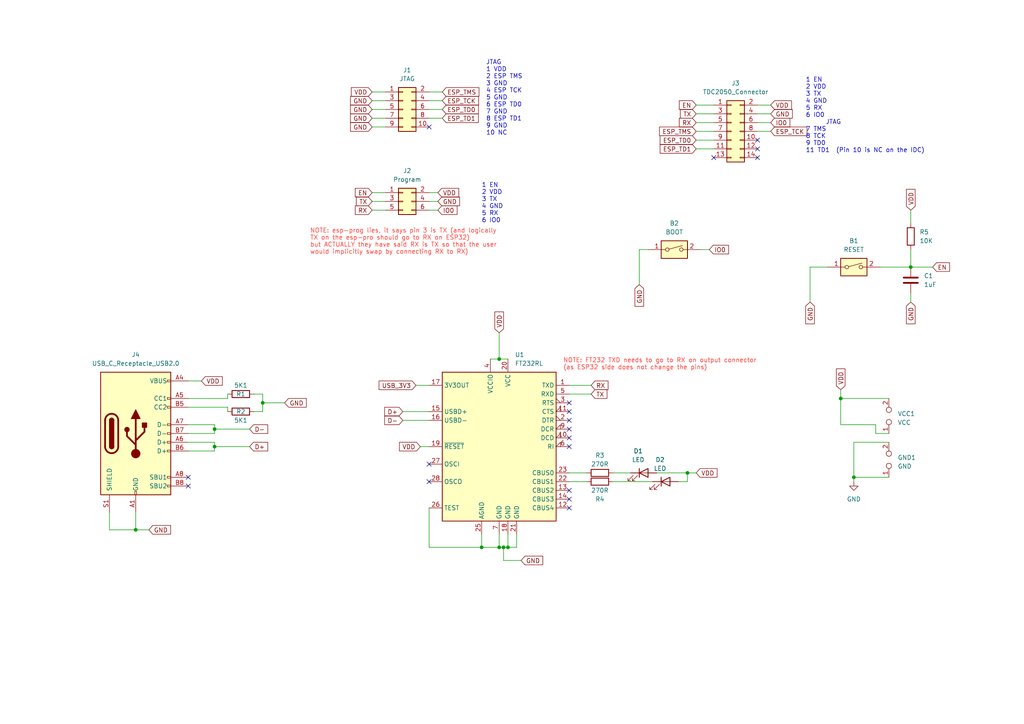
<source format=kicad_sch>
(kicad_sch
	(version 20231120)
	(generator "eeschema")
	(generator_version "8.0")
	(uuid "328b1382-b896-4eef-a052-b4a1e5e8de4d")
	(paper "A4")
	(lib_symbols
		(symbol "Connector:TestPoint_2Pole"
			(pin_names
				(offset 0.762) hide)
			(exclude_from_sim no)
			(in_bom yes)
			(on_board yes)
			(property "Reference" "TP"
				(at 0 1.524 0)
				(effects
					(font
						(size 1.27 1.27)
					)
				)
			)
			(property "Value" "TestPoint_2Pole"
				(at 0 -1.778 0)
				(effects
					(font
						(size 1.27 1.27)
					)
				)
			)
			(property "Footprint" ""
				(at 0 0 0)
				(effects
					(font
						(size 1.27 1.27)
					)
					(hide yes)
				)
			)
			(property "Datasheet" "~"
				(at 0 0 0)
				(effects
					(font
						(size 1.27 1.27)
					)
					(hide yes)
				)
			)
			(property "Description" "2-polar test point"
				(at 0 0 0)
				(effects
					(font
						(size 1.27 1.27)
					)
					(hide yes)
				)
			)
			(property "ki_keywords" "point tp"
				(at 0 0 0)
				(effects
					(font
						(size 1.27 1.27)
					)
					(hide yes)
				)
			)
			(property "ki_fp_filters" "Pin* Test*"
				(at 0 0 0)
				(effects
					(font
						(size 1.27 1.27)
					)
					(hide yes)
				)
			)
			(symbol "TestPoint_2Pole_0_1"
				(circle
					(center -1.778 0)
					(radius 0.762)
					(stroke
						(width 0)
						(type default)
					)
					(fill
						(type none)
					)
				)
				(circle
					(center 1.778 0)
					(radius 0.762)
					(stroke
						(width 0)
						(type default)
					)
					(fill
						(type none)
					)
				)
				(pin passive line
					(at -5.08 0 0)
					(length 2.54)
					(name "1"
						(effects
							(font
								(size 1.27 1.27)
							)
						)
					)
					(number "1"
						(effects
							(font
								(size 1.27 1.27)
							)
						)
					)
				)
				(pin passive line
					(at 5.08 0 180)
					(length 2.54)
					(name "2"
						(effects
							(font
								(size 1.27 1.27)
							)
						)
					)
					(number "2"
						(effects
							(font
								(size 1.27 1.27)
							)
						)
					)
				)
			)
		)
		(symbol "Connector:USB_C_Receptacle_USB2.0"
			(pin_names
				(offset 1.016)
			)
			(exclude_from_sim no)
			(in_bom yes)
			(on_board yes)
			(property "Reference" "J"
				(at -10.16 19.05 0)
				(effects
					(font
						(size 1.27 1.27)
					)
					(justify left)
				)
			)
			(property "Value" "USB_C_Receptacle_USB2.0"
				(at 19.05 19.05 0)
				(effects
					(font
						(size 1.27 1.27)
					)
					(justify right)
				)
			)
			(property "Footprint" ""
				(at 3.81 0 0)
				(effects
					(font
						(size 1.27 1.27)
					)
					(hide yes)
				)
			)
			(property "Datasheet" "https://www.usb.org/sites/default/files/documents/usb_type-c.zip"
				(at 3.81 0 0)
				(effects
					(font
						(size 1.27 1.27)
					)
					(hide yes)
				)
			)
			(property "Description" "USB 2.0-only Type-C Receptacle connector"
				(at 0 0 0)
				(effects
					(font
						(size 1.27 1.27)
					)
					(hide yes)
				)
			)
			(property "ki_keywords" "usb universal serial bus type-C USB2.0"
				(at 0 0 0)
				(effects
					(font
						(size 1.27 1.27)
					)
					(hide yes)
				)
			)
			(property "ki_fp_filters" "USB*C*Receptacle*"
				(at 0 0 0)
				(effects
					(font
						(size 1.27 1.27)
					)
					(hide yes)
				)
			)
			(symbol "USB_C_Receptacle_USB2.0_0_0"
				(rectangle
					(start -0.254 -17.78)
					(end 0.254 -16.764)
					(stroke
						(width 0)
						(type default)
					)
					(fill
						(type none)
					)
				)
				(rectangle
					(start 10.16 -14.986)
					(end 9.144 -15.494)
					(stroke
						(width 0)
						(type default)
					)
					(fill
						(type none)
					)
				)
				(rectangle
					(start 10.16 -12.446)
					(end 9.144 -12.954)
					(stroke
						(width 0)
						(type default)
					)
					(fill
						(type none)
					)
				)
				(rectangle
					(start 10.16 -4.826)
					(end 9.144 -5.334)
					(stroke
						(width 0)
						(type default)
					)
					(fill
						(type none)
					)
				)
				(rectangle
					(start 10.16 -2.286)
					(end 9.144 -2.794)
					(stroke
						(width 0)
						(type default)
					)
					(fill
						(type none)
					)
				)
				(rectangle
					(start 10.16 0.254)
					(end 9.144 -0.254)
					(stroke
						(width 0)
						(type default)
					)
					(fill
						(type none)
					)
				)
				(rectangle
					(start 10.16 2.794)
					(end 9.144 2.286)
					(stroke
						(width 0)
						(type default)
					)
					(fill
						(type none)
					)
				)
				(rectangle
					(start 10.16 7.874)
					(end 9.144 7.366)
					(stroke
						(width 0)
						(type default)
					)
					(fill
						(type none)
					)
				)
				(rectangle
					(start 10.16 10.414)
					(end 9.144 9.906)
					(stroke
						(width 0)
						(type default)
					)
					(fill
						(type none)
					)
				)
				(rectangle
					(start 10.16 15.494)
					(end 9.144 14.986)
					(stroke
						(width 0)
						(type default)
					)
					(fill
						(type none)
					)
				)
			)
			(symbol "USB_C_Receptacle_USB2.0_0_1"
				(rectangle
					(start -10.16 17.78)
					(end 10.16 -17.78)
					(stroke
						(width 0.254)
						(type default)
					)
					(fill
						(type background)
					)
				)
				(arc
					(start -8.89 -3.81)
					(mid -6.985 -5.7067)
					(end -5.08 -3.81)
					(stroke
						(width 0.508)
						(type default)
					)
					(fill
						(type none)
					)
				)
				(arc
					(start -7.62 -3.81)
					(mid -6.985 -4.4423)
					(end -6.35 -3.81)
					(stroke
						(width 0.254)
						(type default)
					)
					(fill
						(type none)
					)
				)
				(arc
					(start -7.62 -3.81)
					(mid -6.985 -4.4423)
					(end -6.35 -3.81)
					(stroke
						(width 0.254)
						(type default)
					)
					(fill
						(type outline)
					)
				)
				(rectangle
					(start -7.62 -3.81)
					(end -6.35 3.81)
					(stroke
						(width 0.254)
						(type default)
					)
					(fill
						(type outline)
					)
				)
				(arc
					(start -6.35 3.81)
					(mid -6.985 4.4423)
					(end -7.62 3.81)
					(stroke
						(width 0.254)
						(type default)
					)
					(fill
						(type none)
					)
				)
				(arc
					(start -6.35 3.81)
					(mid -6.985 4.4423)
					(end -7.62 3.81)
					(stroke
						(width 0.254)
						(type default)
					)
					(fill
						(type outline)
					)
				)
				(arc
					(start -5.08 3.81)
					(mid -6.985 5.7067)
					(end -8.89 3.81)
					(stroke
						(width 0.508)
						(type default)
					)
					(fill
						(type none)
					)
				)
				(circle
					(center -2.54 1.143)
					(radius 0.635)
					(stroke
						(width 0.254)
						(type default)
					)
					(fill
						(type outline)
					)
				)
				(circle
					(center 0 -5.842)
					(radius 1.27)
					(stroke
						(width 0)
						(type default)
					)
					(fill
						(type outline)
					)
				)
				(polyline
					(pts
						(xy -8.89 -3.81) (xy -8.89 3.81)
					)
					(stroke
						(width 0.508)
						(type default)
					)
					(fill
						(type none)
					)
				)
				(polyline
					(pts
						(xy -5.08 3.81) (xy -5.08 -3.81)
					)
					(stroke
						(width 0.508)
						(type default)
					)
					(fill
						(type none)
					)
				)
				(polyline
					(pts
						(xy 0 -5.842) (xy 0 4.318)
					)
					(stroke
						(width 0.508)
						(type default)
					)
					(fill
						(type none)
					)
				)
				(polyline
					(pts
						(xy 0 -3.302) (xy -2.54 -0.762) (xy -2.54 0.508)
					)
					(stroke
						(width 0.508)
						(type default)
					)
					(fill
						(type none)
					)
				)
				(polyline
					(pts
						(xy 0 -2.032) (xy 2.54 0.508) (xy 2.54 1.778)
					)
					(stroke
						(width 0.508)
						(type default)
					)
					(fill
						(type none)
					)
				)
				(polyline
					(pts
						(xy -1.27 4.318) (xy 0 6.858) (xy 1.27 4.318) (xy -1.27 4.318)
					)
					(stroke
						(width 0.254)
						(type default)
					)
					(fill
						(type outline)
					)
				)
				(rectangle
					(start 1.905 1.778)
					(end 3.175 3.048)
					(stroke
						(width 0.254)
						(type default)
					)
					(fill
						(type outline)
					)
				)
			)
			(symbol "USB_C_Receptacle_USB2.0_1_1"
				(pin passive line
					(at 0 -22.86 90)
					(length 5.08)
					(name "GND"
						(effects
							(font
								(size 1.27 1.27)
							)
						)
					)
					(number "A1"
						(effects
							(font
								(size 1.27 1.27)
							)
						)
					)
				)
				(pin passive line
					(at 0 -22.86 90)
					(length 5.08) hide
					(name "GND"
						(effects
							(font
								(size 1.27 1.27)
							)
						)
					)
					(number "A12"
						(effects
							(font
								(size 1.27 1.27)
							)
						)
					)
				)
				(pin passive line
					(at 15.24 15.24 180)
					(length 5.08)
					(name "VBUS"
						(effects
							(font
								(size 1.27 1.27)
							)
						)
					)
					(number "A4"
						(effects
							(font
								(size 1.27 1.27)
							)
						)
					)
				)
				(pin bidirectional line
					(at 15.24 10.16 180)
					(length 5.08)
					(name "CC1"
						(effects
							(font
								(size 1.27 1.27)
							)
						)
					)
					(number "A5"
						(effects
							(font
								(size 1.27 1.27)
							)
						)
					)
				)
				(pin bidirectional line
					(at 15.24 -2.54 180)
					(length 5.08)
					(name "D+"
						(effects
							(font
								(size 1.27 1.27)
							)
						)
					)
					(number "A6"
						(effects
							(font
								(size 1.27 1.27)
							)
						)
					)
				)
				(pin bidirectional line
					(at 15.24 2.54 180)
					(length 5.08)
					(name "D-"
						(effects
							(font
								(size 1.27 1.27)
							)
						)
					)
					(number "A7"
						(effects
							(font
								(size 1.27 1.27)
							)
						)
					)
				)
				(pin bidirectional line
					(at 15.24 -12.7 180)
					(length 5.08)
					(name "SBU1"
						(effects
							(font
								(size 1.27 1.27)
							)
						)
					)
					(number "A8"
						(effects
							(font
								(size 1.27 1.27)
							)
						)
					)
				)
				(pin passive line
					(at 15.24 15.24 180)
					(length 5.08) hide
					(name "VBUS"
						(effects
							(font
								(size 1.27 1.27)
							)
						)
					)
					(number "A9"
						(effects
							(font
								(size 1.27 1.27)
							)
						)
					)
				)
				(pin passive line
					(at 0 -22.86 90)
					(length 5.08) hide
					(name "GND"
						(effects
							(font
								(size 1.27 1.27)
							)
						)
					)
					(number "B1"
						(effects
							(font
								(size 1.27 1.27)
							)
						)
					)
				)
				(pin passive line
					(at 0 -22.86 90)
					(length 5.08) hide
					(name "GND"
						(effects
							(font
								(size 1.27 1.27)
							)
						)
					)
					(number "B12"
						(effects
							(font
								(size 1.27 1.27)
							)
						)
					)
				)
				(pin passive line
					(at 15.24 15.24 180)
					(length 5.08) hide
					(name "VBUS"
						(effects
							(font
								(size 1.27 1.27)
							)
						)
					)
					(number "B4"
						(effects
							(font
								(size 1.27 1.27)
							)
						)
					)
				)
				(pin bidirectional line
					(at 15.24 7.62 180)
					(length 5.08)
					(name "CC2"
						(effects
							(font
								(size 1.27 1.27)
							)
						)
					)
					(number "B5"
						(effects
							(font
								(size 1.27 1.27)
							)
						)
					)
				)
				(pin bidirectional line
					(at 15.24 -5.08 180)
					(length 5.08)
					(name "D+"
						(effects
							(font
								(size 1.27 1.27)
							)
						)
					)
					(number "B6"
						(effects
							(font
								(size 1.27 1.27)
							)
						)
					)
				)
				(pin bidirectional line
					(at 15.24 0 180)
					(length 5.08)
					(name "D-"
						(effects
							(font
								(size 1.27 1.27)
							)
						)
					)
					(number "B7"
						(effects
							(font
								(size 1.27 1.27)
							)
						)
					)
				)
				(pin bidirectional line
					(at 15.24 -15.24 180)
					(length 5.08)
					(name "SBU2"
						(effects
							(font
								(size 1.27 1.27)
							)
						)
					)
					(number "B8"
						(effects
							(font
								(size 1.27 1.27)
							)
						)
					)
				)
				(pin passive line
					(at 15.24 15.24 180)
					(length 5.08) hide
					(name "VBUS"
						(effects
							(font
								(size 1.27 1.27)
							)
						)
					)
					(number "B9"
						(effects
							(font
								(size 1.27 1.27)
							)
						)
					)
				)
				(pin passive line
					(at -7.62 -22.86 90)
					(length 5.08)
					(name "SHIELD"
						(effects
							(font
								(size 1.27 1.27)
							)
						)
					)
					(number "S1"
						(effects
							(font
								(size 1.27 1.27)
							)
						)
					)
				)
			)
		)
		(symbol "Connector_Generic:Conn_02x03_Odd_Even"
			(pin_names
				(offset 1.016) hide)
			(exclude_from_sim no)
			(in_bom yes)
			(on_board yes)
			(property "Reference" "J"
				(at 1.27 5.08 0)
				(effects
					(font
						(size 1.27 1.27)
					)
				)
			)
			(property "Value" "Conn_02x03_Odd_Even"
				(at 1.27 -5.08 0)
				(effects
					(font
						(size 1.27 1.27)
					)
				)
			)
			(property "Footprint" ""
				(at 0 0 0)
				(effects
					(font
						(size 1.27 1.27)
					)
					(hide yes)
				)
			)
			(property "Datasheet" "~"
				(at 0 0 0)
				(effects
					(font
						(size 1.27 1.27)
					)
					(hide yes)
				)
			)
			(property "Description" "Generic connector, double row, 02x03, odd/even pin numbering scheme (row 1 odd numbers, row 2 even numbers), script generated (kicad-library-utils/schlib/autogen/connector/)"
				(at 0 0 0)
				(effects
					(font
						(size 1.27 1.27)
					)
					(hide yes)
				)
			)
			(property "ki_keywords" "connector"
				(at 0 0 0)
				(effects
					(font
						(size 1.27 1.27)
					)
					(hide yes)
				)
			)
			(property "ki_fp_filters" "Connector*:*_2x??_*"
				(at 0 0 0)
				(effects
					(font
						(size 1.27 1.27)
					)
					(hide yes)
				)
			)
			(symbol "Conn_02x03_Odd_Even_1_1"
				(rectangle
					(start -1.27 -2.413)
					(end 0 -2.667)
					(stroke
						(width 0.1524)
						(type default)
					)
					(fill
						(type none)
					)
				)
				(rectangle
					(start -1.27 0.127)
					(end 0 -0.127)
					(stroke
						(width 0.1524)
						(type default)
					)
					(fill
						(type none)
					)
				)
				(rectangle
					(start -1.27 2.667)
					(end 0 2.413)
					(stroke
						(width 0.1524)
						(type default)
					)
					(fill
						(type none)
					)
				)
				(rectangle
					(start -1.27 3.81)
					(end 3.81 -3.81)
					(stroke
						(width 0.254)
						(type default)
					)
					(fill
						(type background)
					)
				)
				(rectangle
					(start 3.81 -2.413)
					(end 2.54 -2.667)
					(stroke
						(width 0.1524)
						(type default)
					)
					(fill
						(type none)
					)
				)
				(rectangle
					(start 3.81 0.127)
					(end 2.54 -0.127)
					(stroke
						(width 0.1524)
						(type default)
					)
					(fill
						(type none)
					)
				)
				(rectangle
					(start 3.81 2.667)
					(end 2.54 2.413)
					(stroke
						(width 0.1524)
						(type default)
					)
					(fill
						(type none)
					)
				)
				(pin passive line
					(at -5.08 2.54 0)
					(length 3.81)
					(name "Pin_1"
						(effects
							(font
								(size 1.27 1.27)
							)
						)
					)
					(number "1"
						(effects
							(font
								(size 1.27 1.27)
							)
						)
					)
				)
				(pin passive line
					(at 7.62 2.54 180)
					(length 3.81)
					(name "Pin_2"
						(effects
							(font
								(size 1.27 1.27)
							)
						)
					)
					(number "2"
						(effects
							(font
								(size 1.27 1.27)
							)
						)
					)
				)
				(pin passive line
					(at -5.08 0 0)
					(length 3.81)
					(name "Pin_3"
						(effects
							(font
								(size 1.27 1.27)
							)
						)
					)
					(number "3"
						(effects
							(font
								(size 1.27 1.27)
							)
						)
					)
				)
				(pin passive line
					(at 7.62 0 180)
					(length 3.81)
					(name "Pin_4"
						(effects
							(font
								(size 1.27 1.27)
							)
						)
					)
					(number "4"
						(effects
							(font
								(size 1.27 1.27)
							)
						)
					)
				)
				(pin passive line
					(at -5.08 -2.54 0)
					(length 3.81)
					(name "Pin_5"
						(effects
							(font
								(size 1.27 1.27)
							)
						)
					)
					(number "5"
						(effects
							(font
								(size 1.27 1.27)
							)
						)
					)
				)
				(pin passive line
					(at 7.62 -2.54 180)
					(length 3.81)
					(name "Pin_6"
						(effects
							(font
								(size 1.27 1.27)
							)
						)
					)
					(number "6"
						(effects
							(font
								(size 1.27 1.27)
							)
						)
					)
				)
			)
		)
		(symbol "Connector_Generic:Conn_02x05_Odd_Even"
			(pin_names
				(offset 1.016) hide)
			(exclude_from_sim no)
			(in_bom yes)
			(on_board yes)
			(property "Reference" "J"
				(at 1.27 7.62 0)
				(effects
					(font
						(size 1.27 1.27)
					)
				)
			)
			(property "Value" "Conn_02x05_Odd_Even"
				(at 1.27 -7.62 0)
				(effects
					(font
						(size 1.27 1.27)
					)
				)
			)
			(property "Footprint" ""
				(at 0 0 0)
				(effects
					(font
						(size 1.27 1.27)
					)
					(hide yes)
				)
			)
			(property "Datasheet" "~"
				(at 0 0 0)
				(effects
					(font
						(size 1.27 1.27)
					)
					(hide yes)
				)
			)
			(property "Description" "Generic connector, double row, 02x05, odd/even pin numbering scheme (row 1 odd numbers, row 2 even numbers), script generated (kicad-library-utils/schlib/autogen/connector/)"
				(at 0 0 0)
				(effects
					(font
						(size 1.27 1.27)
					)
					(hide yes)
				)
			)
			(property "ki_keywords" "connector"
				(at 0 0 0)
				(effects
					(font
						(size 1.27 1.27)
					)
					(hide yes)
				)
			)
			(property "ki_fp_filters" "Connector*:*_2x??_*"
				(at 0 0 0)
				(effects
					(font
						(size 1.27 1.27)
					)
					(hide yes)
				)
			)
			(symbol "Conn_02x05_Odd_Even_1_1"
				(rectangle
					(start -1.27 -4.953)
					(end 0 -5.207)
					(stroke
						(width 0.1524)
						(type default)
					)
					(fill
						(type none)
					)
				)
				(rectangle
					(start -1.27 -2.413)
					(end 0 -2.667)
					(stroke
						(width 0.1524)
						(type default)
					)
					(fill
						(type none)
					)
				)
				(rectangle
					(start -1.27 0.127)
					(end 0 -0.127)
					(stroke
						(width 0.1524)
						(type default)
					)
					(fill
						(type none)
					)
				)
				(rectangle
					(start -1.27 2.667)
					(end 0 2.413)
					(stroke
						(width 0.1524)
						(type default)
					)
					(fill
						(type none)
					)
				)
				(rectangle
					(start -1.27 5.207)
					(end 0 4.953)
					(stroke
						(width 0.1524)
						(type default)
					)
					(fill
						(type none)
					)
				)
				(rectangle
					(start -1.27 6.35)
					(end 3.81 -6.35)
					(stroke
						(width 0.254)
						(type default)
					)
					(fill
						(type background)
					)
				)
				(rectangle
					(start 3.81 -4.953)
					(end 2.54 -5.207)
					(stroke
						(width 0.1524)
						(type default)
					)
					(fill
						(type none)
					)
				)
				(rectangle
					(start 3.81 -2.413)
					(end 2.54 -2.667)
					(stroke
						(width 0.1524)
						(type default)
					)
					(fill
						(type none)
					)
				)
				(rectangle
					(start 3.81 0.127)
					(end 2.54 -0.127)
					(stroke
						(width 0.1524)
						(type default)
					)
					(fill
						(type none)
					)
				)
				(rectangle
					(start 3.81 2.667)
					(end 2.54 2.413)
					(stroke
						(width 0.1524)
						(type default)
					)
					(fill
						(type none)
					)
				)
				(rectangle
					(start 3.81 5.207)
					(end 2.54 4.953)
					(stroke
						(width 0.1524)
						(type default)
					)
					(fill
						(type none)
					)
				)
				(pin passive line
					(at -5.08 5.08 0)
					(length 3.81)
					(name "Pin_1"
						(effects
							(font
								(size 1.27 1.27)
							)
						)
					)
					(number "1"
						(effects
							(font
								(size 1.27 1.27)
							)
						)
					)
				)
				(pin passive line
					(at 7.62 -5.08 180)
					(length 3.81)
					(name "Pin_10"
						(effects
							(font
								(size 1.27 1.27)
							)
						)
					)
					(number "10"
						(effects
							(font
								(size 1.27 1.27)
							)
						)
					)
				)
				(pin passive line
					(at 7.62 5.08 180)
					(length 3.81)
					(name "Pin_2"
						(effects
							(font
								(size 1.27 1.27)
							)
						)
					)
					(number "2"
						(effects
							(font
								(size 1.27 1.27)
							)
						)
					)
				)
				(pin passive line
					(at -5.08 2.54 0)
					(length 3.81)
					(name "Pin_3"
						(effects
							(font
								(size 1.27 1.27)
							)
						)
					)
					(number "3"
						(effects
							(font
								(size 1.27 1.27)
							)
						)
					)
				)
				(pin passive line
					(at 7.62 2.54 180)
					(length 3.81)
					(name "Pin_4"
						(effects
							(font
								(size 1.27 1.27)
							)
						)
					)
					(number "4"
						(effects
							(font
								(size 1.27 1.27)
							)
						)
					)
				)
				(pin passive line
					(at -5.08 0 0)
					(length 3.81)
					(name "Pin_5"
						(effects
							(font
								(size 1.27 1.27)
							)
						)
					)
					(number "5"
						(effects
							(font
								(size 1.27 1.27)
							)
						)
					)
				)
				(pin passive line
					(at 7.62 0 180)
					(length 3.81)
					(name "Pin_6"
						(effects
							(font
								(size 1.27 1.27)
							)
						)
					)
					(number "6"
						(effects
							(font
								(size 1.27 1.27)
							)
						)
					)
				)
				(pin passive line
					(at -5.08 -2.54 0)
					(length 3.81)
					(name "Pin_7"
						(effects
							(font
								(size 1.27 1.27)
							)
						)
					)
					(number "7"
						(effects
							(font
								(size 1.27 1.27)
							)
						)
					)
				)
				(pin passive line
					(at 7.62 -2.54 180)
					(length 3.81)
					(name "Pin_8"
						(effects
							(font
								(size 1.27 1.27)
							)
						)
					)
					(number "8"
						(effects
							(font
								(size 1.27 1.27)
							)
						)
					)
				)
				(pin passive line
					(at -5.08 -5.08 0)
					(length 3.81)
					(name "Pin_9"
						(effects
							(font
								(size 1.27 1.27)
							)
						)
					)
					(number "9"
						(effects
							(font
								(size 1.27 1.27)
							)
						)
					)
				)
			)
		)
		(symbol "Connector_Generic:Conn_02x07_Odd_Even"
			(pin_names
				(offset 1.016) hide)
			(exclude_from_sim no)
			(in_bom yes)
			(on_board yes)
			(property "Reference" "J"
				(at 1.27 10.16 0)
				(effects
					(font
						(size 1.27 1.27)
					)
				)
			)
			(property "Value" "Conn_02x07_Odd_Even"
				(at 1.27 -10.16 0)
				(effects
					(font
						(size 1.27 1.27)
					)
				)
			)
			(property "Footprint" ""
				(at 0 0 0)
				(effects
					(font
						(size 1.27 1.27)
					)
					(hide yes)
				)
			)
			(property "Datasheet" "~"
				(at 0 0 0)
				(effects
					(font
						(size 1.27 1.27)
					)
					(hide yes)
				)
			)
			(property "Description" "Generic connector, double row, 02x07, odd/even pin numbering scheme (row 1 odd numbers, row 2 even numbers), script generated (kicad-library-utils/schlib/autogen/connector/)"
				(at 0 0 0)
				(effects
					(font
						(size 1.27 1.27)
					)
					(hide yes)
				)
			)
			(property "ki_keywords" "connector"
				(at 0 0 0)
				(effects
					(font
						(size 1.27 1.27)
					)
					(hide yes)
				)
			)
			(property "ki_fp_filters" "Connector*:*_2x??_*"
				(at 0 0 0)
				(effects
					(font
						(size 1.27 1.27)
					)
					(hide yes)
				)
			)
			(symbol "Conn_02x07_Odd_Even_1_1"
				(rectangle
					(start -1.27 -7.493)
					(end 0 -7.747)
					(stroke
						(width 0.1524)
						(type default)
					)
					(fill
						(type none)
					)
				)
				(rectangle
					(start -1.27 -4.953)
					(end 0 -5.207)
					(stroke
						(width 0.1524)
						(type default)
					)
					(fill
						(type none)
					)
				)
				(rectangle
					(start -1.27 -2.413)
					(end 0 -2.667)
					(stroke
						(width 0.1524)
						(type default)
					)
					(fill
						(type none)
					)
				)
				(rectangle
					(start -1.27 0.127)
					(end 0 -0.127)
					(stroke
						(width 0.1524)
						(type default)
					)
					(fill
						(type none)
					)
				)
				(rectangle
					(start -1.27 2.667)
					(end 0 2.413)
					(stroke
						(width 0.1524)
						(type default)
					)
					(fill
						(type none)
					)
				)
				(rectangle
					(start -1.27 5.207)
					(end 0 4.953)
					(stroke
						(width 0.1524)
						(type default)
					)
					(fill
						(type none)
					)
				)
				(rectangle
					(start -1.27 7.747)
					(end 0 7.493)
					(stroke
						(width 0.1524)
						(type default)
					)
					(fill
						(type none)
					)
				)
				(rectangle
					(start -1.27 8.89)
					(end 3.81 -8.89)
					(stroke
						(width 0.254)
						(type default)
					)
					(fill
						(type background)
					)
				)
				(rectangle
					(start 3.81 -7.493)
					(end 2.54 -7.747)
					(stroke
						(width 0.1524)
						(type default)
					)
					(fill
						(type none)
					)
				)
				(rectangle
					(start 3.81 -4.953)
					(end 2.54 -5.207)
					(stroke
						(width 0.1524)
						(type default)
					)
					(fill
						(type none)
					)
				)
				(rectangle
					(start 3.81 -2.413)
					(end 2.54 -2.667)
					(stroke
						(width 0.1524)
						(type default)
					)
					(fill
						(type none)
					)
				)
				(rectangle
					(start 3.81 0.127)
					(end 2.54 -0.127)
					(stroke
						(width 0.1524)
						(type default)
					)
					(fill
						(type none)
					)
				)
				(rectangle
					(start 3.81 2.667)
					(end 2.54 2.413)
					(stroke
						(width 0.1524)
						(type default)
					)
					(fill
						(type none)
					)
				)
				(rectangle
					(start 3.81 5.207)
					(end 2.54 4.953)
					(stroke
						(width 0.1524)
						(type default)
					)
					(fill
						(type none)
					)
				)
				(rectangle
					(start 3.81 7.747)
					(end 2.54 7.493)
					(stroke
						(width 0.1524)
						(type default)
					)
					(fill
						(type none)
					)
				)
				(pin passive line
					(at -5.08 7.62 0)
					(length 3.81)
					(name "Pin_1"
						(effects
							(font
								(size 1.27 1.27)
							)
						)
					)
					(number "1"
						(effects
							(font
								(size 1.27 1.27)
							)
						)
					)
				)
				(pin passive line
					(at 7.62 -2.54 180)
					(length 3.81)
					(name "Pin_10"
						(effects
							(font
								(size 1.27 1.27)
							)
						)
					)
					(number "10"
						(effects
							(font
								(size 1.27 1.27)
							)
						)
					)
				)
				(pin passive line
					(at -5.08 -5.08 0)
					(length 3.81)
					(name "Pin_11"
						(effects
							(font
								(size 1.27 1.27)
							)
						)
					)
					(number "11"
						(effects
							(font
								(size 1.27 1.27)
							)
						)
					)
				)
				(pin passive line
					(at 7.62 -5.08 180)
					(length 3.81)
					(name "Pin_12"
						(effects
							(font
								(size 1.27 1.27)
							)
						)
					)
					(number "12"
						(effects
							(font
								(size 1.27 1.27)
							)
						)
					)
				)
				(pin passive line
					(at -5.08 -7.62 0)
					(length 3.81)
					(name "Pin_13"
						(effects
							(font
								(size 1.27 1.27)
							)
						)
					)
					(number "13"
						(effects
							(font
								(size 1.27 1.27)
							)
						)
					)
				)
				(pin passive line
					(at 7.62 -7.62 180)
					(length 3.81)
					(name "Pin_14"
						(effects
							(font
								(size 1.27 1.27)
							)
						)
					)
					(number "14"
						(effects
							(font
								(size 1.27 1.27)
							)
						)
					)
				)
				(pin passive line
					(at 7.62 7.62 180)
					(length 3.81)
					(name "Pin_2"
						(effects
							(font
								(size 1.27 1.27)
							)
						)
					)
					(number "2"
						(effects
							(font
								(size 1.27 1.27)
							)
						)
					)
				)
				(pin passive line
					(at -5.08 5.08 0)
					(length 3.81)
					(name "Pin_3"
						(effects
							(font
								(size 1.27 1.27)
							)
						)
					)
					(number "3"
						(effects
							(font
								(size 1.27 1.27)
							)
						)
					)
				)
				(pin passive line
					(at 7.62 5.08 180)
					(length 3.81)
					(name "Pin_4"
						(effects
							(font
								(size 1.27 1.27)
							)
						)
					)
					(number "4"
						(effects
							(font
								(size 1.27 1.27)
							)
						)
					)
				)
				(pin passive line
					(at -5.08 2.54 0)
					(length 3.81)
					(name "Pin_5"
						(effects
							(font
								(size 1.27 1.27)
							)
						)
					)
					(number "5"
						(effects
							(font
								(size 1.27 1.27)
							)
						)
					)
				)
				(pin passive line
					(at 7.62 2.54 180)
					(length 3.81)
					(name "Pin_6"
						(effects
							(font
								(size 1.27 1.27)
							)
						)
					)
					(number "6"
						(effects
							(font
								(size 1.27 1.27)
							)
						)
					)
				)
				(pin passive line
					(at -5.08 0 0)
					(length 3.81)
					(name "Pin_7"
						(effects
							(font
								(size 1.27 1.27)
							)
						)
					)
					(number "7"
						(effects
							(font
								(size 1.27 1.27)
							)
						)
					)
				)
				(pin passive line
					(at 7.62 0 180)
					(length 3.81)
					(name "Pin_8"
						(effects
							(font
								(size 1.27 1.27)
							)
						)
					)
					(number "8"
						(effects
							(font
								(size 1.27 1.27)
							)
						)
					)
				)
				(pin passive line
					(at -5.08 -2.54 0)
					(length 3.81)
					(name "Pin_9"
						(effects
							(font
								(size 1.27 1.27)
							)
						)
					)
					(number "9"
						(effects
							(font
								(size 1.27 1.27)
							)
						)
					)
				)
			)
		)
		(symbol "Device:C"
			(pin_numbers hide)
			(pin_names
				(offset 0.254)
			)
			(exclude_from_sim no)
			(in_bom yes)
			(on_board yes)
			(property "Reference" "C"
				(at 0.635 2.54 0)
				(effects
					(font
						(size 1.27 1.27)
					)
					(justify left)
				)
			)
			(property "Value" "C"
				(at 0.635 -2.54 0)
				(effects
					(font
						(size 1.27 1.27)
					)
					(justify left)
				)
			)
			(property "Footprint" ""
				(at 0.9652 -3.81 0)
				(effects
					(font
						(size 1.27 1.27)
					)
					(hide yes)
				)
			)
			(property "Datasheet" "~"
				(at 0 0 0)
				(effects
					(font
						(size 1.27 1.27)
					)
					(hide yes)
				)
			)
			(property "Description" "Unpolarized capacitor"
				(at 0 0 0)
				(effects
					(font
						(size 1.27 1.27)
					)
					(hide yes)
				)
			)
			(property "ki_keywords" "cap capacitor"
				(at 0 0 0)
				(effects
					(font
						(size 1.27 1.27)
					)
					(hide yes)
				)
			)
			(property "ki_fp_filters" "C_*"
				(at 0 0 0)
				(effects
					(font
						(size 1.27 1.27)
					)
					(hide yes)
				)
			)
			(symbol "C_0_1"
				(polyline
					(pts
						(xy -2.032 -0.762) (xy 2.032 -0.762)
					)
					(stroke
						(width 0.508)
						(type default)
					)
					(fill
						(type none)
					)
				)
				(polyline
					(pts
						(xy -2.032 0.762) (xy 2.032 0.762)
					)
					(stroke
						(width 0.508)
						(type default)
					)
					(fill
						(type none)
					)
				)
			)
			(symbol "C_1_1"
				(pin passive line
					(at 0 3.81 270)
					(length 2.794)
					(name "~"
						(effects
							(font
								(size 1.27 1.27)
							)
						)
					)
					(number "1"
						(effects
							(font
								(size 1.27 1.27)
							)
						)
					)
				)
				(pin passive line
					(at 0 -3.81 90)
					(length 2.794)
					(name "~"
						(effects
							(font
								(size 1.27 1.27)
							)
						)
					)
					(number "2"
						(effects
							(font
								(size 1.27 1.27)
							)
						)
					)
				)
			)
		)
		(symbol "Device:LED"
			(pin_numbers hide)
			(pin_names
				(offset 1.016) hide)
			(exclude_from_sim no)
			(in_bom yes)
			(on_board yes)
			(property "Reference" "D"
				(at 0 2.54 0)
				(effects
					(font
						(size 1.27 1.27)
					)
				)
			)
			(property "Value" "LED"
				(at 0 -2.54 0)
				(effects
					(font
						(size 1.27 1.27)
					)
				)
			)
			(property "Footprint" ""
				(at 0 0 0)
				(effects
					(font
						(size 1.27 1.27)
					)
					(hide yes)
				)
			)
			(property "Datasheet" "~"
				(at 0 0 0)
				(effects
					(font
						(size 1.27 1.27)
					)
					(hide yes)
				)
			)
			(property "Description" "Light emitting diode"
				(at 0 0 0)
				(effects
					(font
						(size 1.27 1.27)
					)
					(hide yes)
				)
			)
			(property "ki_keywords" "LED diode"
				(at 0 0 0)
				(effects
					(font
						(size 1.27 1.27)
					)
					(hide yes)
				)
			)
			(property "ki_fp_filters" "LED* LED_SMD:* LED_THT:*"
				(at 0 0 0)
				(effects
					(font
						(size 1.27 1.27)
					)
					(hide yes)
				)
			)
			(symbol "LED_0_1"
				(polyline
					(pts
						(xy -1.27 -1.27) (xy -1.27 1.27)
					)
					(stroke
						(width 0.254)
						(type default)
					)
					(fill
						(type none)
					)
				)
				(polyline
					(pts
						(xy -1.27 0) (xy 1.27 0)
					)
					(stroke
						(width 0)
						(type default)
					)
					(fill
						(type none)
					)
				)
				(polyline
					(pts
						(xy 1.27 -1.27) (xy 1.27 1.27) (xy -1.27 0) (xy 1.27 -1.27)
					)
					(stroke
						(width 0.254)
						(type default)
					)
					(fill
						(type none)
					)
				)
				(polyline
					(pts
						(xy -3.048 -0.762) (xy -4.572 -2.286) (xy -3.81 -2.286) (xy -4.572 -2.286) (xy -4.572 -1.524)
					)
					(stroke
						(width 0)
						(type default)
					)
					(fill
						(type none)
					)
				)
				(polyline
					(pts
						(xy -1.778 -0.762) (xy -3.302 -2.286) (xy -2.54 -2.286) (xy -3.302 -2.286) (xy -3.302 -1.524)
					)
					(stroke
						(width 0)
						(type default)
					)
					(fill
						(type none)
					)
				)
			)
			(symbol "LED_1_1"
				(pin passive line
					(at -3.81 0 0)
					(length 2.54)
					(name "K"
						(effects
							(font
								(size 1.27 1.27)
							)
						)
					)
					(number "1"
						(effects
							(font
								(size 1.27 1.27)
							)
						)
					)
				)
				(pin passive line
					(at 3.81 0 180)
					(length 2.54)
					(name "A"
						(effects
							(font
								(size 1.27 1.27)
							)
						)
					)
					(number "2"
						(effects
							(font
								(size 1.27 1.27)
							)
						)
					)
				)
			)
		)
		(symbol "Device:R"
			(pin_numbers hide)
			(pin_names
				(offset 0)
			)
			(exclude_from_sim no)
			(in_bom yes)
			(on_board yes)
			(property "Reference" "R"
				(at 2.032 0 90)
				(effects
					(font
						(size 1.27 1.27)
					)
				)
			)
			(property "Value" "R"
				(at 0 0 90)
				(effects
					(font
						(size 1.27 1.27)
					)
				)
			)
			(property "Footprint" ""
				(at -1.778 0 90)
				(effects
					(font
						(size 1.27 1.27)
					)
					(hide yes)
				)
			)
			(property "Datasheet" "~"
				(at 0 0 0)
				(effects
					(font
						(size 1.27 1.27)
					)
					(hide yes)
				)
			)
			(property "Description" "Resistor"
				(at 0 0 0)
				(effects
					(font
						(size 1.27 1.27)
					)
					(hide yes)
				)
			)
			(property "ki_keywords" "R res resistor"
				(at 0 0 0)
				(effects
					(font
						(size 1.27 1.27)
					)
					(hide yes)
				)
			)
			(property "ki_fp_filters" "R_*"
				(at 0 0 0)
				(effects
					(font
						(size 1.27 1.27)
					)
					(hide yes)
				)
			)
			(symbol "R_0_1"
				(rectangle
					(start -1.016 -2.54)
					(end 1.016 2.54)
					(stroke
						(width 0.254)
						(type default)
					)
					(fill
						(type none)
					)
				)
			)
			(symbol "R_1_1"
				(pin passive line
					(at 0 3.81 270)
					(length 1.27)
					(name "~"
						(effects
							(font
								(size 1.27 1.27)
							)
						)
					)
					(number "1"
						(effects
							(font
								(size 1.27 1.27)
							)
						)
					)
				)
				(pin passive line
					(at 0 -3.81 90)
					(length 1.27)
					(name "~"
						(effects
							(font
								(size 1.27 1.27)
							)
						)
					)
					(number "2"
						(effects
							(font
								(size 1.27 1.27)
							)
						)
					)
				)
			)
		)
		(symbol "Interface_USB:FT232RL"
			(exclude_from_sim no)
			(in_bom yes)
			(on_board yes)
			(property "Reference" "U"
				(at -16.51 22.86 0)
				(effects
					(font
						(size 1.27 1.27)
					)
					(justify left)
				)
			)
			(property "Value" "FT232RL"
				(at 10.16 22.86 0)
				(effects
					(font
						(size 1.27 1.27)
					)
					(justify left)
				)
			)
			(property "Footprint" "Package_SO:SSOP-28_5.3x10.2mm_P0.65mm"
				(at 27.94 -22.86 0)
				(effects
					(font
						(size 1.27 1.27)
					)
					(hide yes)
				)
			)
			(property "Datasheet" "https://www.ftdichip.com/Support/Documents/DataSheets/ICs/DS_FT232R.pdf"
				(at 0 0 0)
				(effects
					(font
						(size 1.27 1.27)
					)
					(hide yes)
				)
			)
			(property "Description" "USB to Serial Interface, SSOP-28"
				(at 0 0 0)
				(effects
					(font
						(size 1.27 1.27)
					)
					(hide yes)
				)
			)
			(property "ki_keywords" "FTDI USB Serial"
				(at 0 0 0)
				(effects
					(font
						(size 1.27 1.27)
					)
					(hide yes)
				)
			)
			(property "ki_fp_filters" "SSOP*5.3x10.2mm*P0.65mm*"
				(at 0 0 0)
				(effects
					(font
						(size 1.27 1.27)
					)
					(hide yes)
				)
			)
			(symbol "FT232RL_0_1"
				(rectangle
					(start -16.51 21.59)
					(end 16.51 -21.59)
					(stroke
						(width 0.254)
						(type default)
					)
					(fill
						(type background)
					)
				)
			)
			(symbol "FT232RL_1_1"
				(pin output line
					(at 20.32 17.78 180)
					(length 3.81)
					(name "TXD"
						(effects
							(font
								(size 1.27 1.27)
							)
						)
					)
					(number "1"
						(effects
							(font
								(size 1.27 1.27)
							)
						)
					)
				)
				(pin input input_low
					(at 20.32 2.54 180)
					(length 3.81)
					(name "DCD"
						(effects
							(font
								(size 1.27 1.27)
							)
						)
					)
					(number "10"
						(effects
							(font
								(size 1.27 1.27)
							)
						)
					)
				)
				(pin input input_low
					(at 20.32 10.16 180)
					(length 3.81)
					(name "CTS"
						(effects
							(font
								(size 1.27 1.27)
							)
						)
					)
					(number "11"
						(effects
							(font
								(size 1.27 1.27)
							)
						)
					)
				)
				(pin bidirectional line
					(at 20.32 -17.78 180)
					(length 3.81)
					(name "CBUS4"
						(effects
							(font
								(size 1.27 1.27)
							)
						)
					)
					(number "12"
						(effects
							(font
								(size 1.27 1.27)
							)
						)
					)
				)
				(pin bidirectional line
					(at 20.32 -12.7 180)
					(length 3.81)
					(name "CBUS2"
						(effects
							(font
								(size 1.27 1.27)
							)
						)
					)
					(number "13"
						(effects
							(font
								(size 1.27 1.27)
							)
						)
					)
				)
				(pin bidirectional line
					(at 20.32 -15.24 180)
					(length 3.81)
					(name "CBUS3"
						(effects
							(font
								(size 1.27 1.27)
							)
						)
					)
					(number "14"
						(effects
							(font
								(size 1.27 1.27)
							)
						)
					)
				)
				(pin bidirectional line
					(at -20.32 10.16 0)
					(length 3.81)
					(name "USBD+"
						(effects
							(font
								(size 1.27 1.27)
							)
						)
					)
					(number "15"
						(effects
							(font
								(size 1.27 1.27)
							)
						)
					)
				)
				(pin bidirectional line
					(at -20.32 7.62 0)
					(length 3.81)
					(name "USBD-"
						(effects
							(font
								(size 1.27 1.27)
							)
						)
					)
					(number "16"
						(effects
							(font
								(size 1.27 1.27)
							)
						)
					)
				)
				(pin power_out line
					(at -20.32 17.78 0)
					(length 3.81)
					(name "3V3OUT"
						(effects
							(font
								(size 1.27 1.27)
							)
						)
					)
					(number "17"
						(effects
							(font
								(size 1.27 1.27)
							)
						)
					)
				)
				(pin power_in line
					(at 2.54 -25.4 90)
					(length 3.81)
					(name "GND"
						(effects
							(font
								(size 1.27 1.27)
							)
						)
					)
					(number "18"
						(effects
							(font
								(size 1.27 1.27)
							)
						)
					)
				)
				(pin input line
					(at -20.32 0 0)
					(length 3.81)
					(name "~{RESET}"
						(effects
							(font
								(size 1.27 1.27)
							)
						)
					)
					(number "19"
						(effects
							(font
								(size 1.27 1.27)
							)
						)
					)
				)
				(pin output output_low
					(at 20.32 7.62 180)
					(length 3.81)
					(name "DTR"
						(effects
							(font
								(size 1.27 1.27)
							)
						)
					)
					(number "2"
						(effects
							(font
								(size 1.27 1.27)
							)
						)
					)
				)
				(pin power_in line
					(at 2.54 25.4 270)
					(length 3.81)
					(name "VCC"
						(effects
							(font
								(size 1.27 1.27)
							)
						)
					)
					(number "20"
						(effects
							(font
								(size 1.27 1.27)
							)
						)
					)
				)
				(pin power_in line
					(at 5.08 -25.4 90)
					(length 3.81)
					(name "GND"
						(effects
							(font
								(size 1.27 1.27)
							)
						)
					)
					(number "21"
						(effects
							(font
								(size 1.27 1.27)
							)
						)
					)
				)
				(pin bidirectional line
					(at 20.32 -10.16 180)
					(length 3.81)
					(name "CBUS1"
						(effects
							(font
								(size 1.27 1.27)
							)
						)
					)
					(number "22"
						(effects
							(font
								(size 1.27 1.27)
							)
						)
					)
				)
				(pin bidirectional line
					(at 20.32 -7.62 180)
					(length 3.81)
					(name "CBUS0"
						(effects
							(font
								(size 1.27 1.27)
							)
						)
					)
					(number "23"
						(effects
							(font
								(size 1.27 1.27)
							)
						)
					)
				)
				(pin power_in line
					(at -5.08 -25.4 90)
					(length 3.81)
					(name "AGND"
						(effects
							(font
								(size 1.27 1.27)
							)
						)
					)
					(number "25"
						(effects
							(font
								(size 1.27 1.27)
							)
						)
					)
				)
				(pin input line
					(at -20.32 -17.78 0)
					(length 3.81)
					(name "TEST"
						(effects
							(font
								(size 1.27 1.27)
							)
						)
					)
					(number "26"
						(effects
							(font
								(size 1.27 1.27)
							)
						)
					)
				)
				(pin input line
					(at -20.32 -5.08 0)
					(length 3.81)
					(name "OSCI"
						(effects
							(font
								(size 1.27 1.27)
							)
						)
					)
					(number "27"
						(effects
							(font
								(size 1.27 1.27)
							)
						)
					)
				)
				(pin output line
					(at -20.32 -10.16 0)
					(length 3.81)
					(name "OSCO"
						(effects
							(font
								(size 1.27 1.27)
							)
						)
					)
					(number "28"
						(effects
							(font
								(size 1.27 1.27)
							)
						)
					)
				)
				(pin output output_low
					(at 20.32 12.7 180)
					(length 3.81)
					(name "RTS"
						(effects
							(font
								(size 1.27 1.27)
							)
						)
					)
					(number "3"
						(effects
							(font
								(size 1.27 1.27)
							)
						)
					)
				)
				(pin power_in line
					(at -2.54 25.4 270)
					(length 3.81)
					(name "VCCIO"
						(effects
							(font
								(size 1.27 1.27)
							)
						)
					)
					(number "4"
						(effects
							(font
								(size 1.27 1.27)
							)
						)
					)
				)
				(pin input line
					(at 20.32 15.24 180)
					(length 3.81)
					(name "RXD"
						(effects
							(font
								(size 1.27 1.27)
							)
						)
					)
					(number "5"
						(effects
							(font
								(size 1.27 1.27)
							)
						)
					)
				)
				(pin input input_low
					(at 20.32 0 180)
					(length 3.81)
					(name "RI"
						(effects
							(font
								(size 1.27 1.27)
							)
						)
					)
					(number "6"
						(effects
							(font
								(size 1.27 1.27)
							)
						)
					)
				)
				(pin power_in line
					(at 0 -25.4 90)
					(length 3.81)
					(name "GND"
						(effects
							(font
								(size 1.27 1.27)
							)
						)
					)
					(number "7"
						(effects
							(font
								(size 1.27 1.27)
							)
						)
					)
				)
				(pin input input_low
					(at 20.32 5.08 180)
					(length 3.81)
					(name "DCR"
						(effects
							(font
								(size 1.27 1.27)
							)
						)
					)
					(number "9"
						(effects
							(font
								(size 1.27 1.27)
							)
						)
					)
				)
			)
		)
		(symbol "Switch:SW_DIP_x01"
			(pin_names
				(offset 0) hide)
			(exclude_from_sim no)
			(in_bom yes)
			(on_board yes)
			(property "Reference" "SW"
				(at 0 3.81 0)
				(effects
					(font
						(size 1.27 1.27)
					)
				)
			)
			(property "Value" "SW_DIP_x01"
				(at 0 -3.81 0)
				(effects
					(font
						(size 1.27 1.27)
					)
				)
			)
			(property "Footprint" ""
				(at 0 0 0)
				(effects
					(font
						(size 1.27 1.27)
					)
					(hide yes)
				)
			)
			(property "Datasheet" "~"
				(at 0 0 0)
				(effects
					(font
						(size 1.27 1.27)
					)
					(hide yes)
				)
			)
			(property "Description" "1x DIP Switch, Single Pole Single Throw (SPST) switch, small symbol"
				(at 0 0 0)
				(effects
					(font
						(size 1.27 1.27)
					)
					(hide yes)
				)
			)
			(property "ki_keywords" "dip switch"
				(at 0 0 0)
				(effects
					(font
						(size 1.27 1.27)
					)
					(hide yes)
				)
			)
			(property "ki_fp_filters" "SW?DIP?x1*"
				(at 0 0 0)
				(effects
					(font
						(size 1.27 1.27)
					)
					(hide yes)
				)
			)
			(symbol "SW_DIP_x01_0_0"
				(circle
					(center -2.032 0)
					(radius 0.508)
					(stroke
						(width 0)
						(type default)
					)
					(fill
						(type none)
					)
				)
				(polyline
					(pts
						(xy -1.524 0.127) (xy 2.3622 1.1684)
					)
					(stroke
						(width 0)
						(type default)
					)
					(fill
						(type none)
					)
				)
				(circle
					(center 2.032 0)
					(radius 0.508)
					(stroke
						(width 0)
						(type default)
					)
					(fill
						(type none)
					)
				)
			)
			(symbol "SW_DIP_x01_0_1"
				(rectangle
					(start -3.81 2.54)
					(end 3.81 -2.54)
					(stroke
						(width 0.254)
						(type default)
					)
					(fill
						(type background)
					)
				)
			)
			(symbol "SW_DIP_x01_1_1"
				(pin passive line
					(at -7.62 0 0)
					(length 5.08)
					(name "~"
						(effects
							(font
								(size 1.27 1.27)
							)
						)
					)
					(number "1"
						(effects
							(font
								(size 1.27 1.27)
							)
						)
					)
				)
				(pin passive line
					(at 7.62 0 180)
					(length 5.08)
					(name "~"
						(effects
							(font
								(size 1.27 1.27)
							)
						)
					)
					(number "2"
						(effects
							(font
								(size 1.27 1.27)
							)
						)
					)
				)
			)
		)
		(symbol "power:GND"
			(power)
			(pin_names
				(offset 0)
			)
			(exclude_from_sim no)
			(in_bom yes)
			(on_board yes)
			(property "Reference" "#PWR"
				(at 0 -6.35 0)
				(effects
					(font
						(size 1.27 1.27)
					)
					(hide yes)
				)
			)
			(property "Value" "GND"
				(at 0 -3.81 0)
				(effects
					(font
						(size 1.27 1.27)
					)
				)
			)
			(property "Footprint" ""
				(at 0 0 0)
				(effects
					(font
						(size 1.27 1.27)
					)
					(hide yes)
				)
			)
			(property "Datasheet" ""
				(at 0 0 0)
				(effects
					(font
						(size 1.27 1.27)
					)
					(hide yes)
				)
			)
			(property "Description" "Power symbol creates a global label with name \"GND\" , ground"
				(at 0 0 0)
				(effects
					(font
						(size 1.27 1.27)
					)
					(hide yes)
				)
			)
			(property "ki_keywords" "global power"
				(at 0 0 0)
				(effects
					(font
						(size 1.27 1.27)
					)
					(hide yes)
				)
			)
			(symbol "GND_0_1"
				(polyline
					(pts
						(xy 0 0) (xy 0 -1.27) (xy 1.27 -1.27) (xy 0 -2.54) (xy -1.27 -1.27) (xy 0 -1.27)
					)
					(stroke
						(width 0)
						(type default)
					)
					(fill
						(type none)
					)
				)
			)
			(symbol "GND_1_1"
				(pin power_in line
					(at 0 0 270)
					(length 0) hide
					(name "GND"
						(effects
							(font
								(size 1.27 1.27)
							)
						)
					)
					(number "1"
						(effects
							(font
								(size 1.27 1.27)
							)
						)
					)
				)
			)
		)
	)
	(junction
		(at 139.7 158.75)
		(diameter 0)
		(color 0 0 0 0)
		(uuid "13905d92-bbc2-4cda-826d-722b85b99e23")
	)
	(junction
		(at 264.16 77.47)
		(diameter 0)
		(color 0 0 0 0)
		(uuid "37702678-7576-4433-90c0-3df6718bdd19")
	)
	(junction
		(at 62.23 124.46)
		(diameter 0)
		(color 0 0 0 0)
		(uuid "3b0fdda7-3073-42b5-93ae-7b31400af483")
	)
	(junction
		(at 146.05 158.75)
		(diameter 0)
		(color 0 0 0 0)
		(uuid "3ff08631-4327-4d13-9fa5-c77949c20513")
	)
	(junction
		(at 243.84 115.57)
		(diameter 0)
		(color 0 0 0 0)
		(uuid "42b6beb3-af8e-4bcc-8e74-6796ff41a7e6")
	)
	(junction
		(at 199.39 137.16)
		(diameter 0)
		(color 0 0 0 0)
		(uuid "6b41a4ba-b286-4c30-837a-dccab7482fdb")
	)
	(junction
		(at 247.65 138.43)
		(diameter 0)
		(color 0 0 0 0)
		(uuid "7980e42f-0520-48af-8e1d-13a7e4c39248")
	)
	(junction
		(at 76.2 116.84)
		(diameter 0)
		(color 0 0 0 0)
		(uuid "98491a7e-3c18-4e56-b00a-95c90cc2f8fe")
	)
	(junction
		(at 144.78 158.75)
		(diameter 0)
		(color 0 0 0 0)
		(uuid "acfcb6ae-2fe1-427e-bcc2-0283fb7081fe")
	)
	(junction
		(at 147.32 158.75)
		(diameter 0)
		(color 0 0 0 0)
		(uuid "b33891ff-c8db-49ee-8f1e-e1a5434204c1")
	)
	(junction
		(at 144.78 104.14)
		(diameter 0)
		(color 0 0 0 0)
		(uuid "cc84bc4f-8b2d-46f0-a490-6c37b2c430c0")
	)
	(junction
		(at 62.23 129.54)
		(diameter 0)
		(color 0 0 0 0)
		(uuid "dc0201cf-cc69-4cd0-b83b-2a90de081779")
	)
	(junction
		(at 39.37 153.67)
		(diameter 0)
		(color 0 0 0 0)
		(uuid "ff1829d6-9076-4bb7-aead-99af990f45b1")
	)
	(no_connect
		(at 124.46 36.83)
		(uuid "00f02d63-ed15-4c3e-b221-f1b77e39aa63")
	)
	(no_connect
		(at 219.71 40.64)
		(uuid "047f1743-d65e-4fe4-93c8-e94b5f330a6a")
	)
	(no_connect
		(at 124.46 134.62)
		(uuid "1150b1a9-72a4-4d1d-a86e-95e050089c18")
	)
	(no_connect
		(at 165.1 121.92)
		(uuid "15af63df-fd8d-4c24-976d-6e53be05f7c2")
	)
	(no_connect
		(at 165.1 124.46)
		(uuid "294ce530-e5e9-4b18-8146-4b2aa0e29f89")
	)
	(no_connect
		(at 54.61 138.43)
		(uuid "33c47c33-be3e-4140-99a7-d08a43833b0a")
	)
	(no_connect
		(at 165.1 119.38)
		(uuid "358e65e8-0e85-4fb7-bf48-08c9150aea7c")
	)
	(no_connect
		(at 219.71 45.72)
		(uuid "3eab6ce9-b54e-4856-adef-f124518224ac")
	)
	(no_connect
		(at 165.1 116.84)
		(uuid "3fd13458-7740-484d-a81b-3ceb7eb9d731")
	)
	(no_connect
		(at 165.1 127)
		(uuid "68b758a3-a03d-40ff-b3b8-33193fb438ee")
	)
	(no_connect
		(at 165.1 129.54)
		(uuid "6c837159-1164-4a72-918f-893e47e8e082")
	)
	(no_connect
		(at 219.71 43.18)
		(uuid "6ed167c3-c477-4c5b-a8f3-840950dbd0cb")
	)
	(no_connect
		(at 124.46 139.7)
		(uuid "7e65794f-59c0-4667-a12e-effbf42970b8")
	)
	(no_connect
		(at 54.61 140.97)
		(uuid "a7fd86b8-1307-478b-a58a-9171d8a32806")
	)
	(no_connect
		(at 165.1 144.78)
		(uuid "b1b07acc-4396-41b1-803a-bc26426bbe54")
	)
	(no_connect
		(at 207.01 45.72)
		(uuid "b2becee4-dd55-4313-8bf6-56368fd543b5")
	)
	(no_connect
		(at 165.1 142.24)
		(uuid "d0f55d11-af21-48f4-b2ab-d2abb7194251")
	)
	(no_connect
		(at 165.1 147.32)
		(uuid "d8be0d1b-b001-4532-a70d-cff21dbe042d")
	)
	(wire
		(pts
			(xy 247.65 128.27) (xy 247.65 138.43)
		)
		(stroke
			(width 0)
			(type default)
		)
		(uuid "011a3ef5-fc5f-4908-8762-7fbad5f5a9de")
	)
	(wire
		(pts
			(xy 73.66 119.38) (xy 76.2 119.38)
		)
		(stroke
			(width 0)
			(type default)
		)
		(uuid "08d2521a-dfcc-4b21-8691-a72e68cd0286")
	)
	(wire
		(pts
			(xy 62.23 129.54) (xy 72.39 129.54)
		)
		(stroke
			(width 0)
			(type default)
		)
		(uuid "09a22929-949e-4e53-a72e-884b508f5f35")
	)
	(wire
		(pts
			(xy 124.46 29.21) (xy 128.27 29.21)
		)
		(stroke
			(width 0)
			(type default)
		)
		(uuid "0c16e37f-5972-417f-a0d5-71d3a9265393")
	)
	(wire
		(pts
			(xy 144.78 158.75) (xy 139.7 158.75)
		)
		(stroke
			(width 0)
			(type default)
		)
		(uuid "0cc553c9-78f7-4f4b-b76b-bddc68f71313")
	)
	(wire
		(pts
			(xy 149.86 154.94) (xy 149.86 158.75)
		)
		(stroke
			(width 0)
			(type default)
		)
		(uuid "1017bed3-2dc4-46ff-b890-b11347988374")
	)
	(wire
		(pts
			(xy 185.42 72.39) (xy 185.42 82.55)
		)
		(stroke
			(width 0)
			(type default)
		)
		(uuid "1055a667-0cf8-4391-b5c4-23b7ccb2802a")
	)
	(wire
		(pts
			(xy 124.46 34.29) (xy 128.27 34.29)
		)
		(stroke
			(width 0)
			(type default)
		)
		(uuid "16923422-7719-4146-b4ee-ac0898e30f84")
	)
	(wire
		(pts
			(xy 234.95 77.47) (xy 234.95 87.63)
		)
		(stroke
			(width 0)
			(type default)
		)
		(uuid "192a8952-e801-4943-a3f3-ec6a6e73a756")
	)
	(wire
		(pts
			(xy 54.61 123.19) (xy 62.23 123.19)
		)
		(stroke
			(width 0)
			(type default)
		)
		(uuid "1c0d6baa-a917-492c-880d-b88b9ffe2f51")
	)
	(wire
		(pts
			(xy 124.46 55.88) (xy 127 55.88)
		)
		(stroke
			(width 0)
			(type default)
		)
		(uuid "1f41950a-a11a-4822-a78f-7b2169c6b225")
	)
	(wire
		(pts
			(xy 62.23 130.81) (xy 62.23 129.54)
		)
		(stroke
			(width 0)
			(type default)
		)
		(uuid "20a80a0d-5cb5-4057-951f-3eba5913e0de")
	)
	(wire
		(pts
			(xy 62.23 125.73) (xy 62.23 124.46)
		)
		(stroke
			(width 0)
			(type default)
		)
		(uuid "218df92e-ff75-4963-a7cc-3e7f12993cc0")
	)
	(wire
		(pts
			(xy 201.93 30.48) (xy 207.01 30.48)
		)
		(stroke
			(width 0)
			(type default)
		)
		(uuid "23c81679-25f7-477a-8339-b552e5295c36")
	)
	(wire
		(pts
			(xy 124.46 158.75) (xy 139.7 158.75)
		)
		(stroke
			(width 0)
			(type default)
		)
		(uuid "258fc375-1eb7-4fc3-a1a0-65901e77116e")
	)
	(wire
		(pts
			(xy 264.16 72.39) (xy 264.16 77.47)
		)
		(stroke
			(width 0)
			(type default)
		)
		(uuid "28067d75-7c00-46a7-ad22-753f7a7f5e13")
	)
	(wire
		(pts
			(xy 124.46 26.67) (xy 128.27 26.67)
		)
		(stroke
			(width 0)
			(type default)
		)
		(uuid "2f2f1b44-8da9-470d-8c8c-3f08ea7ec8be")
	)
	(wire
		(pts
			(xy 243.84 123.19) (xy 254 123.19)
		)
		(stroke
			(width 0)
			(type default)
		)
		(uuid "32565bbe-82eb-41e5-b416-22278d75d686")
	)
	(wire
		(pts
			(xy 219.71 38.1) (xy 223.52 38.1)
		)
		(stroke
			(width 0)
			(type default)
		)
		(uuid "32ae13e8-d641-4e24-8102-d71420664e64")
	)
	(wire
		(pts
			(xy 76.2 114.3) (xy 76.2 116.84)
		)
		(stroke
			(width 0)
			(type default)
		)
		(uuid "33d859f6-0d6d-408a-ba87-92fca8685465")
	)
	(wire
		(pts
			(xy 124.46 60.96) (xy 127 60.96)
		)
		(stroke
			(width 0)
			(type default)
		)
		(uuid "3609b3af-6520-48d7-b8bb-cb9eb7e30fa2")
	)
	(wire
		(pts
			(xy 124.46 147.32) (xy 124.46 158.75)
		)
		(stroke
			(width 0)
			(type default)
		)
		(uuid "37138099-845c-4a7c-8a5d-1623d3485d94")
	)
	(wire
		(pts
			(xy 219.71 35.56) (xy 223.52 35.56)
		)
		(stroke
			(width 0)
			(type default)
		)
		(uuid "38c145f7-8522-4b17-99d8-2a07bd6a97f0")
	)
	(wire
		(pts
			(xy 165.1 137.16) (xy 170.18 137.16)
		)
		(stroke
			(width 0)
			(type default)
		)
		(uuid "38d05947-b35c-42b4-ba49-4ba0fe06c286")
	)
	(wire
		(pts
			(xy 243.84 113.03) (xy 243.84 115.57)
		)
		(stroke
			(width 0)
			(type default)
		)
		(uuid "39425cf4-c05d-4071-a091-88d0768df72d")
	)
	(wire
		(pts
			(xy 39.37 148.59) (xy 39.37 153.67)
		)
		(stroke
			(width 0)
			(type default)
		)
		(uuid "39a5ad31-e929-4b41-aaf6-ebe043c2f755")
	)
	(wire
		(pts
			(xy 107.95 58.42) (xy 111.76 58.42)
		)
		(stroke
			(width 0)
			(type default)
		)
		(uuid "3c1bf317-694f-4b1b-b7fe-922e2304e1e8")
	)
	(wire
		(pts
			(xy 243.84 115.57) (xy 257.81 115.57)
		)
		(stroke
			(width 0)
			(type default)
		)
		(uuid "3f76969c-fbd4-4a56-a308-ea5767692bde")
	)
	(wire
		(pts
			(xy 116.84 119.38) (xy 124.46 119.38)
		)
		(stroke
			(width 0)
			(type default)
		)
		(uuid "41cd78f0-c266-4e01-9253-8198ccbd5ced")
	)
	(wire
		(pts
			(xy 146.05 162.56) (xy 146.05 158.75)
		)
		(stroke
			(width 0)
			(type default)
		)
		(uuid "44bf1d66-77e1-4a7f-80a4-adf8cbee051a")
	)
	(wire
		(pts
			(xy 165.1 139.7) (xy 170.18 139.7)
		)
		(stroke
			(width 0)
			(type default)
		)
		(uuid "4b50d83b-12f4-4742-a863-f8d9fafd9a8c")
	)
	(wire
		(pts
			(xy 146.05 162.56) (xy 151.13 162.56)
		)
		(stroke
			(width 0)
			(type default)
		)
		(uuid "4d3a3160-6af8-41b0-85a5-68a2c7a5081a")
	)
	(wire
		(pts
			(xy 264.16 77.47) (xy 270.51 77.47)
		)
		(stroke
			(width 0)
			(type default)
		)
		(uuid "4d6cc2c1-1a6a-4a7a-9cad-d9d9bff2d884")
	)
	(wire
		(pts
			(xy 76.2 116.84) (xy 82.55 116.84)
		)
		(stroke
			(width 0)
			(type default)
		)
		(uuid "511d9690-b9af-4f32-9270-2dfa08358320")
	)
	(wire
		(pts
			(xy 165.1 114.3) (xy 171.45 114.3)
		)
		(stroke
			(width 0)
			(type default)
		)
		(uuid "51ade0b3-fe81-41e9-a08c-966cf071064a")
	)
	(wire
		(pts
			(xy 201.93 38.1) (xy 207.01 38.1)
		)
		(stroke
			(width 0)
			(type default)
		)
		(uuid "56dcf525-e99d-4bd7-9aa5-346f0ab02ac6")
	)
	(wire
		(pts
			(xy 142.24 104.14) (xy 144.78 104.14)
		)
		(stroke
			(width 0)
			(type default)
		)
		(uuid "56feb335-1744-4dc2-94f7-9c44a1e99b07")
	)
	(wire
		(pts
			(xy 54.61 128.27) (xy 62.23 128.27)
		)
		(stroke
			(width 0)
			(type default)
		)
		(uuid "5aed03be-bbdc-433a-b32f-d309414d8416")
	)
	(wire
		(pts
			(xy 124.46 31.75) (xy 128.27 31.75)
		)
		(stroke
			(width 0)
			(type default)
		)
		(uuid "5dafcbd9-767a-4a7e-a93f-bf3a48224329")
	)
	(wire
		(pts
			(xy 149.86 158.75) (xy 147.32 158.75)
		)
		(stroke
			(width 0)
			(type default)
		)
		(uuid "5f157bde-c748-4cdc-a64f-1dda7382dda1")
	)
	(wire
		(pts
			(xy 177.8 137.16) (xy 182.88 137.16)
		)
		(stroke
			(width 0)
			(type default)
		)
		(uuid "5f235501-63e3-4bc0-8924-8d79e7bcb63f")
	)
	(wire
		(pts
			(xy 264.16 60.96) (xy 264.16 64.77)
		)
		(stroke
			(width 0)
			(type default)
		)
		(uuid "624523c9-71fb-4c78-a076-c23c69bbffc7")
	)
	(wire
		(pts
			(xy 147.32 158.75) (xy 146.05 158.75)
		)
		(stroke
			(width 0)
			(type default)
		)
		(uuid "64f292ed-efbf-4920-9594-150b86b35b7f")
	)
	(wire
		(pts
			(xy 219.71 33.02) (xy 223.52 33.02)
		)
		(stroke
			(width 0)
			(type default)
		)
		(uuid "65759a80-d11a-4a8f-9539-0a65005bb51e")
	)
	(wire
		(pts
			(xy 254 125.73) (xy 257.81 125.73)
		)
		(stroke
			(width 0)
			(type default)
		)
		(uuid "6a934844-27b5-4439-b922-61311e3dc679")
	)
	(wire
		(pts
			(xy 62.23 124.46) (xy 72.39 124.46)
		)
		(stroke
			(width 0)
			(type default)
		)
		(uuid "6caf18a5-d596-41ac-99df-524d2b549960")
	)
	(wire
		(pts
			(xy 240.03 77.47) (xy 234.95 77.47)
		)
		(stroke
			(width 0)
			(type default)
		)
		(uuid "6e026e10-bc21-4e0f-a660-11dcfebc54f4")
	)
	(wire
		(pts
			(xy 54.61 118.11) (xy 66.04 118.11)
		)
		(stroke
			(width 0)
			(type default)
		)
		(uuid "6eb359fe-c677-4297-b04d-937077fa73d1")
	)
	(wire
		(pts
			(xy 120.65 111.76) (xy 124.46 111.76)
		)
		(stroke
			(width 0)
			(type default)
		)
		(uuid "74bdc2b0-9f4c-4efd-81f8-1deb94fa9aac")
	)
	(wire
		(pts
			(xy 107.95 29.21) (xy 111.76 29.21)
		)
		(stroke
			(width 0)
			(type default)
		)
		(uuid "7619ddad-7fae-4676-88b1-b8c6203b067d")
	)
	(wire
		(pts
			(xy 147.32 154.94) (xy 147.32 158.75)
		)
		(stroke
			(width 0)
			(type default)
		)
		(uuid "76763042-efd9-46a3-87b0-c8bac1f0e536")
	)
	(wire
		(pts
			(xy 107.95 60.96) (xy 111.76 60.96)
		)
		(stroke
			(width 0)
			(type default)
		)
		(uuid "7ebd3b66-a6f6-4f45-9a39-0687f1db7ca5")
	)
	(wire
		(pts
			(xy 107.95 55.88) (xy 111.76 55.88)
		)
		(stroke
			(width 0)
			(type default)
		)
		(uuid "82c13835-5f19-4364-8d2b-f86df17b7d31")
	)
	(wire
		(pts
			(xy 62.23 123.19) (xy 62.23 124.46)
		)
		(stroke
			(width 0)
			(type default)
		)
		(uuid "8bfa3f19-b370-4859-9bfb-3345d2d0c5f2")
	)
	(wire
		(pts
			(xy 124.46 58.42) (xy 127 58.42)
		)
		(stroke
			(width 0)
			(type default)
		)
		(uuid "8dbe5268-b83e-4ead-8abe-99eb9e9c7e15")
	)
	(wire
		(pts
			(xy 257.81 138.43) (xy 247.65 138.43)
		)
		(stroke
			(width 0)
			(type default)
		)
		(uuid "8e775a2c-24ee-4a20-bf39-10c52f4b2529")
	)
	(wire
		(pts
			(xy 144.78 104.14) (xy 147.32 104.14)
		)
		(stroke
			(width 0)
			(type default)
		)
		(uuid "8f70c936-7df8-4ccc-a1a4-6c1eb1608f9b")
	)
	(wire
		(pts
			(xy 190.5 137.16) (xy 199.39 137.16)
		)
		(stroke
			(width 0)
			(type default)
		)
		(uuid "9148e7b4-8994-4ded-b793-4bd03ddb0a4a")
	)
	(wire
		(pts
			(xy 31.75 153.67) (xy 39.37 153.67)
		)
		(stroke
			(width 0)
			(type default)
		)
		(uuid "94902b58-696a-4f0b-9afd-ca2a7e4342c2")
	)
	(wire
		(pts
			(xy 54.61 115.57) (xy 66.04 115.57)
		)
		(stroke
			(width 0)
			(type default)
		)
		(uuid "953c1615-6ad1-4986-be77-bbf7f5ad3c00")
	)
	(wire
		(pts
			(xy 146.05 158.75) (xy 144.78 158.75)
		)
		(stroke
			(width 0)
			(type default)
		)
		(uuid "95c3e072-8847-4988-b637-96df6323d5ff")
	)
	(wire
		(pts
			(xy 66.04 118.11) (xy 66.04 119.38)
		)
		(stroke
			(width 0)
			(type default)
		)
		(uuid "980c019c-2f83-492d-be65-04a2b2ccfdad")
	)
	(wire
		(pts
			(xy 165.1 111.76) (xy 171.45 111.76)
		)
		(stroke
			(width 0)
			(type default)
		)
		(uuid "981248fa-30be-4bae-8c0f-cdb78bb150c5")
	)
	(wire
		(pts
			(xy 203.2 72.39) (xy 205.74 72.39)
		)
		(stroke
			(width 0)
			(type default)
		)
		(uuid "982285dc-4d8c-44f2-b561-992f6ec4ad7b")
	)
	(wire
		(pts
			(xy 54.61 110.49) (xy 58.42 110.49)
		)
		(stroke
			(width 0)
			(type default)
		)
		(uuid "9ba96dac-d8da-4bac-95bf-e27fcbb3576b")
	)
	(wire
		(pts
			(xy 107.95 26.67) (xy 111.76 26.67)
		)
		(stroke
			(width 0)
			(type default)
		)
		(uuid "9f9032c5-b9b7-4d28-a524-03ea8d58444f")
	)
	(wire
		(pts
			(xy 107.95 31.75) (xy 111.76 31.75)
		)
		(stroke
			(width 0)
			(type default)
		)
		(uuid "a27ca8c9-4e9d-4f08-8b2c-4ca32c9018c3")
	)
	(wire
		(pts
			(xy 257.81 128.27) (xy 247.65 128.27)
		)
		(stroke
			(width 0)
			(type default)
		)
		(uuid "a62714c0-9b72-48b3-877a-5e6662853c21")
	)
	(wire
		(pts
			(xy 73.66 114.3) (xy 76.2 114.3)
		)
		(stroke
			(width 0)
			(type default)
		)
		(uuid "a74e08f0-7e40-4e3a-b5e6-6a74b0af9ac9")
	)
	(wire
		(pts
			(xy 62.23 128.27) (xy 62.23 129.54)
		)
		(stroke
			(width 0)
			(type default)
		)
		(uuid "a7a05653-2d39-4ba2-a062-39991e4997dd")
	)
	(wire
		(pts
			(xy 177.8 139.7) (xy 189.23 139.7)
		)
		(stroke
			(width 0)
			(type default)
		)
		(uuid "abdd5f6d-904b-4b62-aae4-cd2d623526ff")
	)
	(wire
		(pts
			(xy 144.78 154.94) (xy 144.78 158.75)
		)
		(stroke
			(width 0)
			(type default)
		)
		(uuid "af3e4e32-2d36-4869-bae8-cee6366511ce")
	)
	(wire
		(pts
			(xy 196.85 139.7) (xy 199.39 139.7)
		)
		(stroke
			(width 0)
			(type default)
		)
		(uuid "b0afec84-d4fb-4569-9c3e-663bc8fa2b3d")
	)
	(wire
		(pts
			(xy 144.78 104.14) (xy 144.78 96.52)
		)
		(stroke
			(width 0)
			(type default)
		)
		(uuid "b1909f06-e9cb-4d32-b36a-575cbe73aed1")
	)
	(wire
		(pts
			(xy 254 123.19) (xy 254 125.73)
		)
		(stroke
			(width 0)
			(type default)
		)
		(uuid "b3b1900f-d286-49a9-97d6-650074af9b4a")
	)
	(wire
		(pts
			(xy 54.61 130.81) (xy 62.23 130.81)
		)
		(stroke
			(width 0)
			(type default)
		)
		(uuid "b7851ca4-dd2a-4639-bfa7-937ab56adad5")
	)
	(wire
		(pts
			(xy 76.2 119.38) (xy 76.2 116.84)
		)
		(stroke
			(width 0)
			(type default)
		)
		(uuid "b7e31c8d-0d8d-4e46-9fe0-59d5981c9f53")
	)
	(wire
		(pts
			(xy 201.93 43.18) (xy 207.01 43.18)
		)
		(stroke
			(width 0)
			(type default)
		)
		(uuid "b88bb214-29b5-4301-9908-f3a53733b304")
	)
	(wire
		(pts
			(xy 199.39 139.7) (xy 199.39 137.16)
		)
		(stroke
			(width 0)
			(type default)
		)
		(uuid "c5f93a11-3e62-49ca-bbe7-10b2fc1e683f")
	)
	(wire
		(pts
			(xy 116.84 121.92) (xy 124.46 121.92)
		)
		(stroke
			(width 0)
			(type default)
		)
		(uuid "c88f1d2b-4983-4e7d-8226-9aeaa54b6a83")
	)
	(wire
		(pts
			(xy 201.93 35.56) (xy 207.01 35.56)
		)
		(stroke
			(width 0)
			(type default)
		)
		(uuid "cd6e3a82-cea6-40e1-8570-5b8891c4c59a")
	)
	(wire
		(pts
			(xy 201.93 40.64) (xy 207.01 40.64)
		)
		(stroke
			(width 0)
			(type default)
		)
		(uuid "d286a913-3e59-413b-97e4-76a2b64ba210")
	)
	(wire
		(pts
			(xy 247.65 138.43) (xy 247.65 139.7)
		)
		(stroke
			(width 0)
			(type default)
		)
		(uuid "d6b8172e-e70d-4c0f-888e-e73c8b885714")
	)
	(wire
		(pts
			(xy 187.96 72.39) (xy 185.42 72.39)
		)
		(stroke
			(width 0)
			(type default)
		)
		(uuid "d78e1079-5b50-4848-bc25-0734a6852a0d")
	)
	(wire
		(pts
			(xy 39.37 153.67) (xy 43.18 153.67)
		)
		(stroke
			(width 0)
			(type default)
		)
		(uuid "ddb6797c-26eb-4e8c-8a41-42cd70357acf")
	)
	(wire
		(pts
			(xy 107.95 34.29) (xy 111.76 34.29)
		)
		(stroke
			(width 0)
			(type default)
		)
		(uuid "e03f7ce8-7e5f-48b6-bf8e-71821ad440b2")
	)
	(wire
		(pts
			(xy 31.75 148.59) (xy 31.75 153.67)
		)
		(stroke
			(width 0)
			(type default)
		)
		(uuid "e0d261b3-8f39-4c0d-b4e2-3872321f142b")
	)
	(wire
		(pts
			(xy 66.04 115.57) (xy 66.04 114.3)
		)
		(stroke
			(width 0)
			(type default)
		)
		(uuid "e163c69c-9c20-4c40-b918-2ecda0ddab95")
	)
	(wire
		(pts
			(xy 201.93 33.02) (xy 207.01 33.02)
		)
		(stroke
			(width 0)
			(type default)
		)
		(uuid "e2d03aea-190c-43a5-89ff-16ddc16d4017")
	)
	(wire
		(pts
			(xy 107.95 36.83) (xy 111.76 36.83)
		)
		(stroke
			(width 0)
			(type default)
		)
		(uuid "e495f3a9-bb44-4855-b979-41956313102e")
	)
	(wire
		(pts
			(xy 219.71 30.48) (xy 223.52 30.48)
		)
		(stroke
			(width 0)
			(type default)
		)
		(uuid "e4b76f41-d11b-4ecf-a827-64f4ab59b3bf")
	)
	(wire
		(pts
			(xy 243.84 115.57) (xy 243.84 123.19)
		)
		(stroke
			(width 0)
			(type default)
		)
		(uuid "e8f3e4e8-ba6c-4543-8bbf-f57ceb197f4d")
	)
	(wire
		(pts
			(xy 139.7 158.75) (xy 139.7 154.94)
		)
		(stroke
			(width 0)
			(type default)
		)
		(uuid "e910cf99-57f1-4d89-a87b-23d57c95b8f2")
	)
	(wire
		(pts
			(xy 255.27 77.47) (xy 264.16 77.47)
		)
		(stroke
			(width 0)
			(type default)
		)
		(uuid "ea5e2564-ecb8-49a9-b841-f1100bbcb74a")
	)
	(wire
		(pts
			(xy 54.61 125.73) (xy 62.23 125.73)
		)
		(stroke
			(width 0)
			(type default)
		)
		(uuid "eb09e25c-d2c8-4438-a477-1060a410bc0e")
	)
	(wire
		(pts
			(xy 121.92 129.54) (xy 124.46 129.54)
		)
		(stroke
			(width 0)
			(type default)
		)
		(uuid "f410e6ee-fb85-46f9-b963-d6f507559c4a")
	)
	(wire
		(pts
			(xy 264.16 85.09) (xy 264.16 87.63)
		)
		(stroke
			(width 0)
			(type default)
		)
		(uuid "f742a010-cc45-40d2-b3e1-a0b15f4165dc")
	)
	(wire
		(pts
			(xy 199.39 137.16) (xy 201.93 137.16)
		)
		(stroke
			(width 0)
			(type default)
		)
		(uuid "fcf7ad9b-ef7a-43e8-8795-10f7217101e2")
	)
	(text "NOTE: FT232 TXD needs to go to RX on output connector \n(as ESP32 side does not change the pins)"
		(exclude_from_sim no)
		(at 163.322 107.442 0)
		(effects
			(font
				(size 1.27 1.27)
				(color 255 59 52 1)
			)
			(justify left bottom)
		)
		(uuid "1aab318d-cc21-4b76-92bc-6714ff292554")
	)
	(text "JTAG\n1 VDD\n2 ESP TMS\n3 GND\n4 ESP TCK\n5 GND\n6 ESP TD0\n7 GND\n8 ESP TD1\n9 GND\n10 NC"
		(exclude_from_sim no)
		(at 140.97 39.37 0)
		(effects
			(font
				(size 1.27 1.27)
			)
			(justify left bottom)
		)
		(uuid "305c374e-63e4-4f3a-95a3-d85fe54faa12")
	)
	(text "1 EN\n2 VDD\n3 TX\n4 GND\n5 RX\n6 IO0\n"
		(exclude_from_sim no)
		(at 139.7 64.77 0)
		(effects
			(font
				(size 1.27 1.27)
			)
			(justify left bottom)
		)
		(uuid "5a804699-478f-406e-9f8c-db042ffa2da7")
	)
	(text "1 EN\n2 VDD\n3 TX\n4 GND\n5 RX\n6 IO0\n      JTAG\n7 TMS\n8 TCK\n9 TD0\n11 TD1  (Pin 10 is NC on the IDC)"
		(exclude_from_sim no)
		(at 233.68 44.45 0)
		(effects
			(font
				(size 1.27 1.27)
			)
			(justify left bottom)
		)
		(uuid "e4560f34-4fe7-4bf6-be0e-7abd6f099c2e")
	)
	(text "NOTE: esp-prog lies, it says pin 3 is TX (and logically \nTX on the esp-pro should go to RX on ESP32)\nbut ACTUALLY they have said RX is TX so that the user\nwould implicitly swap by connecting RX to RX)"
		(exclude_from_sim no)
		(at 89.916 73.914 0)
		(effects
			(font
				(size 1.27 1.27)
				(color 255 59 52 1)
			)
			(justify left bottom)
		)
		(uuid "f8d3aeb9-4af5-4749-818d-17529841d750")
	)
	(global_label "D-"
		(shape input)
		(at 72.39 124.46 0)
		(fields_autoplaced yes)
		(effects
			(font
				(size 1.27 1.27)
			)
			(justify left)
		)
		(uuid "0d5d5390-13f8-4748-ab88-bf45668c9c4d")
		(property "Intersheetrefs" "${INTERSHEET_REFS}"
			(at 77.6455 124.3806 0)
			(effects
				(font
					(size 1.27 1.27)
				)
				(justify left)
				(hide yes)
			)
		)
	)
	(global_label "TX"
		(shape input)
		(at 201.93 33.02 180)
		(fields_autoplaced yes)
		(effects
			(font
				(size 1.27 1.27)
			)
			(justify right)
		)
		(uuid "22f66521-77a3-4340-a693-9a8201dc46b9")
		(property "Intersheetrefs" "${INTERSHEET_REFS}"
			(at 196.7677 33.02 0)
			(effects
				(font
					(size 1.27 1.27)
				)
				(justify right)
				(hide yes)
			)
		)
	)
	(global_label "GND"
		(shape input)
		(at 107.95 29.21 180)
		(fields_autoplaced yes)
		(effects
			(font
				(size 1.27 1.27)
			)
			(justify right)
		)
		(uuid "238dfbf5-97de-4143-a396-170ef1579803")
		(property "Intersheetrefs" "${INTERSHEET_REFS}"
			(at 101.0943 29.21 0)
			(effects
				(font
					(size 1.27 1.27)
				)
				(justify right)
				(hide yes)
			)
		)
	)
	(global_label "D-"
		(shape input)
		(at 116.84 121.92 180)
		(fields_autoplaced yes)
		(effects
			(font
				(size 1.27 1.27)
			)
			(justify right)
		)
		(uuid "256bc3d7-ab95-41f7-9069-48f22eeaeba4")
		(property "Intersheetrefs" "${INTERSHEET_REFS}"
			(at 111.5845 121.9994 0)
			(effects
				(font
					(size 1.27 1.27)
				)
				(justify right)
				(hide yes)
			)
		)
	)
	(global_label "ESP_TD1"
		(shape input)
		(at 128.27 34.29 0)
		(fields_autoplaced yes)
		(effects
			(font
				(size 1.27 1.27)
			)
			(justify left)
		)
		(uuid "26997ed9-32cf-4b52-9db0-b32df753aedf")
		(property "Intersheetrefs" "${INTERSHEET_REFS}"
			(at 139.2984 34.29 0)
			(effects
				(font
					(size 1.27 1.27)
				)
				(justify left)
				(hide yes)
			)
		)
	)
	(global_label "ESP_TCK"
		(shape input)
		(at 223.52 38.1 0)
		(fields_autoplaced yes)
		(effects
			(font
				(size 1.27 1.27)
			)
			(justify left)
		)
		(uuid "35c887c3-5574-4daf-820a-3f9c33370cb8")
		(property "Intersheetrefs" "${INTERSHEET_REFS}"
			(at 234.6089 38.1 0)
			(effects
				(font
					(size 1.27 1.27)
				)
				(justify left)
				(hide yes)
			)
		)
	)
	(global_label "VDD"
		(shape input)
		(at 107.95 26.67 180)
		(fields_autoplaced yes)
		(effects
			(font
				(size 1.27 1.27)
			)
			(justify right)
		)
		(uuid "3e79916b-3e69-46ce-96af-c5bea4b1e2f2")
		(property "Intersheetrefs" "${INTERSHEET_REFS}"
			(at 101.3362 26.67 0)
			(effects
				(font
					(size 1.27 1.27)
				)
				(justify right)
				(hide yes)
			)
		)
	)
	(global_label "RX"
		(shape input)
		(at 171.45 111.76 0)
		(fields_autoplaced yes)
		(effects
			(font
				(size 1.27 1.27)
			)
			(justify left)
		)
		(uuid "3e7bce6d-f253-4ef4-882a-bf1464230714")
		(property "Intersheetrefs" "${INTERSHEET_REFS}"
			(at 176.3426 111.6806 0)
			(effects
				(font
					(size 1.27 1.27)
				)
				(justify left)
				(hide yes)
			)
		)
	)
	(global_label "GND"
		(shape input)
		(at 107.95 31.75 180)
		(fields_autoplaced yes)
		(effects
			(font
				(size 1.27 1.27)
			)
			(justify right)
		)
		(uuid "3f053d6b-5979-46eb-a5aa-97c6edb766fd")
		(property "Intersheetrefs" "${INTERSHEET_REFS}"
			(at 101.0943 31.75 0)
			(effects
				(font
					(size 1.27 1.27)
				)
				(justify right)
				(hide yes)
			)
		)
	)
	(global_label "IO0"
		(shape input)
		(at 223.52 35.56 0)
		(fields_autoplaced yes)
		(effects
			(font
				(size 1.27 1.27)
			)
			(justify left)
		)
		(uuid "40658f75-a237-4dc4-b522-920670f7b308")
		(property "Intersheetrefs" "${INTERSHEET_REFS}"
			(at 229.65 35.56 0)
			(effects
				(font
					(size 1.27 1.27)
				)
				(justify left)
				(hide yes)
			)
		)
	)
	(global_label "ESP_TMS"
		(shape input)
		(at 128.27 26.67 0)
		(fields_autoplaced yes)
		(effects
			(font
				(size 1.27 1.27)
			)
			(justify left)
		)
		(uuid "431ada5c-c5be-47a0-988a-b44e6f1eccf8")
		(property "Intersheetrefs" "${INTERSHEET_REFS}"
			(at 139.4798 26.67 0)
			(effects
				(font
					(size 1.27 1.27)
				)
				(justify left)
				(hide yes)
			)
		)
	)
	(global_label "GND"
		(shape input)
		(at 107.95 36.83 180)
		(fields_autoplaced yes)
		(effects
			(font
				(size 1.27 1.27)
			)
			(justify right)
		)
		(uuid "543d3ae2-68b4-4a2c-bc71-365b778f1793")
		(property "Intersheetrefs" "${INTERSHEET_REFS}"
			(at 101.0943 36.83 0)
			(effects
				(font
					(size 1.27 1.27)
				)
				(justify right)
				(hide yes)
			)
		)
	)
	(global_label "VDD"
		(shape input)
		(at 121.92 129.54 180)
		(fields_autoplaced yes)
		(effects
			(font
				(size 1.27 1.27)
			)
			(justify right)
		)
		(uuid "55d4192f-7f6d-4b1f-9b2c-1a4ef561d626")
		(property "Intersheetrefs" "${INTERSHEET_REFS}"
			(at 115.3062 129.54 0)
			(effects
				(font
					(size 1.27 1.27)
				)
				(justify right)
				(hide yes)
			)
		)
	)
	(global_label "VDD"
		(shape input)
		(at 264.16 60.96 90)
		(fields_autoplaced yes)
		(effects
			(font
				(size 1.27 1.27)
			)
			(justify left)
		)
		(uuid "5721f7f9-857e-4998-871c-7cbbe6b03c1b")
		(property "Intersheetrefs" "${INTERSHEET_REFS}"
			(at 264.16 54.3462 90)
			(effects
				(font
					(size 1.27 1.27)
				)
				(justify left)
				(hide yes)
			)
		)
	)
	(global_label "RX"
		(shape input)
		(at 107.95 60.96 180)
		(fields_autoplaced yes)
		(effects
			(font
				(size 1.27 1.27)
			)
			(justify right)
		)
		(uuid "5b3f9519-1637-42ea-ad2c-d62409ecf960")
		(property "Intersheetrefs" "${INTERSHEET_REFS}"
			(at 102.4853 60.96 0)
			(effects
				(font
					(size 1.27 1.27)
				)
				(justify right)
				(hide yes)
			)
		)
	)
	(global_label "VDD"
		(shape input)
		(at 243.84 113.03 90)
		(fields_autoplaced yes)
		(effects
			(font
				(size 1.27 1.27)
			)
			(justify left)
		)
		(uuid "5ddc2174-e6a5-4b4f-a78e-9d7c3b073756")
		(property "Intersheetrefs" "${INTERSHEET_REFS}"
			(at 243.84 106.4162 90)
			(effects
				(font
					(size 1.27 1.27)
				)
				(justify left)
				(hide yes)
			)
		)
	)
	(global_label "GND"
		(shape input)
		(at 185.42 82.55 270)
		(fields_autoplaced yes)
		(effects
			(font
				(size 1.27 1.27)
			)
			(justify right)
		)
		(uuid "5e774517-e41b-46f0-af1b-0eff0f3b06ef")
		(property "Intersheetrefs" "${INTERSHEET_REFS}"
			(at 185.42 89.4057 90)
			(effects
				(font
					(size 1.27 1.27)
				)
				(justify right)
				(hide yes)
			)
		)
	)
	(global_label "ESP_TD0"
		(shape input)
		(at 128.27 31.75 0)
		(fields_autoplaced yes)
		(effects
			(font
				(size 1.27 1.27)
			)
			(justify left)
		)
		(uuid "621118fc-ceb9-4bfa-8f72-622eb40c521f")
		(property "Intersheetrefs" "${INTERSHEET_REFS}"
			(at 139.2984 31.75 0)
			(effects
				(font
					(size 1.27 1.27)
				)
				(justify left)
				(hide yes)
			)
		)
	)
	(global_label "GND"
		(shape input)
		(at 82.55 116.84 0)
		(fields_autoplaced yes)
		(effects
			(font
				(size 1.27 1.27)
			)
			(justify left)
		)
		(uuid "748a9289-7345-41f1-8598-ee5ddb9effde")
		(property "Intersheetrefs" "${INTERSHEET_REFS}"
			(at 89.4057 116.84 0)
			(effects
				(font
					(size 1.27 1.27)
				)
				(justify left)
				(hide yes)
			)
		)
	)
	(global_label "IO0"
		(shape input)
		(at 127 60.96 0)
		(fields_autoplaced yes)
		(effects
			(font
				(size 1.27 1.27)
			)
			(justify left)
		)
		(uuid "793c84ed-958a-43cb-8a5e-2d66923b1c88")
		(property "Intersheetrefs" "${INTERSHEET_REFS}"
			(at 133.13 60.96 0)
			(effects
				(font
					(size 1.27 1.27)
				)
				(justify left)
				(hide yes)
			)
		)
	)
	(global_label "EN"
		(shape input)
		(at 107.95 55.88 180)
		(fields_autoplaced yes)
		(effects
			(font
				(size 1.27 1.27)
			)
			(justify right)
		)
		(uuid "7c91f2e2-5b67-4aa2-a977-bf3351c40941")
		(property "Intersheetrefs" "${INTERSHEET_REFS}"
			(at 102.4853 55.88 0)
			(effects
				(font
					(size 1.27 1.27)
				)
				(justify right)
				(hide yes)
			)
		)
	)
	(global_label "EN"
		(shape input)
		(at 270.51 77.47 0)
		(fields_autoplaced yes)
		(effects
			(font
				(size 1.27 1.27)
			)
			(justify left)
		)
		(uuid "7fef7b3a-464c-4f47-8a81-e8e09d240aa7")
		(property "Intersheetrefs" "${INTERSHEET_REFS}"
			(at 275.9747 77.47 0)
			(effects
				(font
					(size 1.27 1.27)
				)
				(justify left)
				(hide yes)
			)
		)
	)
	(global_label "EN"
		(shape input)
		(at 201.93 30.48 180)
		(fields_autoplaced yes)
		(effects
			(font
				(size 1.27 1.27)
			)
			(justify right)
		)
		(uuid "815ec21d-f6f0-4077-bd13-fdf2c36047d6")
		(property "Intersheetrefs" "${INTERSHEET_REFS}"
			(at 196.4653 30.48 0)
			(effects
				(font
					(size 1.27 1.27)
				)
				(justify right)
				(hide yes)
			)
		)
	)
	(global_label "RX"
		(shape input)
		(at 201.93 35.56 180)
		(fields_autoplaced yes)
		(effects
			(font
				(size 1.27 1.27)
			)
			(justify right)
		)
		(uuid "86ccf3d8-5d4d-4e16-8dcd-0eff3e41ac3e")
		(property "Intersheetrefs" "${INTERSHEET_REFS}"
			(at 196.4653 35.56 0)
			(effects
				(font
					(size 1.27 1.27)
				)
				(justify right)
				(hide yes)
			)
		)
	)
	(global_label "GND"
		(shape input)
		(at 151.13 162.56 0)
		(fields_autoplaced yes)
		(effects
			(font
				(size 1.27 1.27)
			)
			(justify left)
		)
		(uuid "8a84de35-7413-4db8-9dc3-124da89245ee")
		(property "Intersheetrefs" "${INTERSHEET_REFS}"
			(at 157.9857 162.56 0)
			(effects
				(font
					(size 1.27 1.27)
				)
				(justify left)
				(hide yes)
			)
		)
	)
	(global_label "ESP_TD0"
		(shape input)
		(at 201.93 40.64 180)
		(fields_autoplaced yes)
		(effects
			(font
				(size 1.27 1.27)
			)
			(justify right)
		)
		(uuid "9275410f-3b55-4c65-8325-d8cdcd9af3ff")
		(property "Intersheetrefs" "${INTERSHEET_REFS}"
			(at 190.9016 40.64 0)
			(effects
				(font
					(size 1.27 1.27)
				)
				(justify right)
				(hide yes)
			)
		)
	)
	(global_label "TX"
		(shape input)
		(at 107.95 58.42 180)
		(fields_autoplaced yes)
		(effects
			(font
				(size 1.27 1.27)
			)
			(justify right)
		)
		(uuid "98f0dddd-1e89-4c0a-a77a-a1b099732358")
		(property "Intersheetrefs" "${INTERSHEET_REFS}"
			(at 102.7877 58.42 0)
			(effects
				(font
					(size 1.27 1.27)
				)
				(justify right)
				(hide yes)
			)
		)
	)
	(global_label "GND"
		(shape input)
		(at 234.95 87.63 270)
		(fields_autoplaced yes)
		(effects
			(font
				(size 1.27 1.27)
			)
			(justify right)
		)
		(uuid "a5587c2d-9778-41c4-a5dc-4d16cd0c25e3")
		(property "Intersheetrefs" "${INTERSHEET_REFS}"
			(at 234.95 94.4857 90)
			(effects
				(font
					(size 1.27 1.27)
				)
				(justify right)
				(hide yes)
			)
		)
	)
	(global_label "VDD"
		(shape input)
		(at 127 55.88 0)
		(fields_autoplaced yes)
		(effects
			(font
				(size 1.27 1.27)
			)
			(justify left)
		)
		(uuid "a717dae5-69d0-4767-9340-6a4809f16719")
		(property "Intersheetrefs" "${INTERSHEET_REFS}"
			(at 133.6138 55.88 0)
			(effects
				(font
					(size 1.27 1.27)
				)
				(justify left)
				(hide yes)
			)
		)
	)
	(global_label "IO0"
		(shape input)
		(at 205.74 72.39 0)
		(fields_autoplaced yes)
		(effects
			(font
				(size 1.27 1.27)
			)
			(justify left)
		)
		(uuid "a841a3bf-950f-4142-adb0-57bbadc5ffd9")
		(property "Intersheetrefs" "${INTERSHEET_REFS}"
			(at 211.2979 72.3106 0)
			(effects
				(font
					(size 1.27 1.27)
				)
				(justify left)
				(hide yes)
			)
		)
	)
	(global_label "VDD"
		(shape input)
		(at 223.52 30.48 0)
		(fields_autoplaced yes)
		(effects
			(font
				(size 1.27 1.27)
			)
			(justify left)
		)
		(uuid "a8f1a18d-31f0-4e53-9ac4-e74e14525692")
		(property "Intersheetrefs" "${INTERSHEET_REFS}"
			(at 230.1338 30.48 0)
			(effects
				(font
					(size 1.27 1.27)
				)
				(justify left)
				(hide yes)
			)
		)
	)
	(global_label "D+"
		(shape input)
		(at 72.39 129.54 0)
		(fields_autoplaced yes)
		(effects
			(font
				(size 1.27 1.27)
			)
			(justify left)
		)
		(uuid "ac7d9d3e-7fab-475f-be02-7136471a2635")
		(property "Intersheetrefs" "${INTERSHEET_REFS}"
			(at 77.6455 129.4606 0)
			(effects
				(font
					(size 1.27 1.27)
				)
				(justify left)
				(hide yes)
			)
		)
	)
	(global_label "GND"
		(shape input)
		(at 127 58.42 0)
		(fields_autoplaced yes)
		(effects
			(font
				(size 1.27 1.27)
			)
			(justify left)
		)
		(uuid "add1daca-1492-42ef-890b-bbf9c8003b30")
		(property "Intersheetrefs" "${INTERSHEET_REFS}"
			(at 133.8557 58.42 0)
			(effects
				(font
					(size 1.27 1.27)
				)
				(justify left)
				(hide yes)
			)
		)
	)
	(global_label "TX"
		(shape input)
		(at 171.45 114.3 0)
		(fields_autoplaced yes)
		(effects
			(font
				(size 1.27 1.27)
			)
			(justify left)
		)
		(uuid "b406cd33-94c7-4215-8802-e41f9343b630")
		(property "Intersheetrefs" "${INTERSHEET_REFS}"
			(at 176.0402 114.2206 0)
			(effects
				(font
					(size 1.27 1.27)
				)
				(justify left)
				(hide yes)
			)
		)
	)
	(global_label "ESP_TCK"
		(shape input)
		(at 128.27 29.21 0)
		(fields_autoplaced yes)
		(effects
			(font
				(size 1.27 1.27)
			)
			(justify left)
		)
		(uuid "b91cc4fb-fc24-48b3-94c7-3d13245fa2ec")
		(property "Intersheetrefs" "${INTERSHEET_REFS}"
			(at 139.3589 29.21 0)
			(effects
				(font
					(size 1.27 1.27)
				)
				(justify left)
				(hide yes)
			)
		)
	)
	(global_label "VDD"
		(shape input)
		(at 144.78 96.52 90)
		(fields_autoplaced yes)
		(effects
			(font
				(size 1.27 1.27)
			)
			(justify left)
		)
		(uuid "bfe79df0-88fb-4bca-b488-70fb03af172b")
		(property "Intersheetrefs" "${INTERSHEET_REFS}"
			(at 144.78 89.9062 90)
			(effects
				(font
					(size 1.27 1.27)
				)
				(justify left)
				(hide yes)
			)
		)
	)
	(global_label "GND"
		(shape input)
		(at 43.18 153.67 0)
		(fields_autoplaced yes)
		(effects
			(font
				(size 1.27 1.27)
			)
			(justify left)
		)
		(uuid "c0a5c7d6-9c5c-41d9-89a4-c41dedc7f31f")
		(property "Intersheetrefs" "${INTERSHEET_REFS}"
			(at 50.0357 153.67 0)
			(effects
				(font
					(size 1.27 1.27)
				)
				(justify left)
				(hide yes)
			)
		)
	)
	(global_label "GND"
		(shape input)
		(at 107.95 34.29 180)
		(fields_autoplaced yes)
		(effects
			(font
				(size 1.27 1.27)
			)
			(justify right)
		)
		(uuid "c2295b23-0b65-4231-a6d2-3b43e99c780c")
		(property "Intersheetrefs" "${INTERSHEET_REFS}"
			(at 101.0943 34.29 0)
			(effects
				(font
					(size 1.27 1.27)
				)
				(justify right)
				(hide yes)
			)
		)
	)
	(global_label "VDD"
		(shape input)
		(at 58.42 110.49 0)
		(fields_autoplaced yes)
		(effects
			(font
				(size 1.27 1.27)
			)
			(justify left)
		)
		(uuid "c46a4a34-646a-4836-b597-df89599da004")
		(property "Intersheetrefs" "${INTERSHEET_REFS}"
			(at 65.0338 110.49 0)
			(effects
				(font
					(size 1.27 1.27)
				)
				(justify left)
				(hide yes)
			)
		)
	)
	(global_label "GND"
		(shape input)
		(at 223.52 33.02 0)
		(fields_autoplaced yes)
		(effects
			(font
				(size 1.27 1.27)
			)
			(justify left)
		)
		(uuid "ce804a10-d6bc-4d00-a6ab-6147543c2d64")
		(property "Intersheetrefs" "${INTERSHEET_REFS}"
			(at 230.3757 33.02 0)
			(effects
				(font
					(size 1.27 1.27)
				)
				(justify left)
				(hide yes)
			)
		)
	)
	(global_label "ESP_TMS"
		(shape input)
		(at 201.93 38.1 180)
		(fields_autoplaced yes)
		(effects
			(font
				(size 1.27 1.27)
			)
			(justify right)
		)
		(uuid "d0351db7-52cd-4352-b884-dc3b46012030")
		(property "Intersheetrefs" "${INTERSHEET_REFS}"
			(at 190.7202 38.1 0)
			(effects
				(font
					(size 1.27 1.27)
				)
				(justify right)
				(hide yes)
			)
		)
	)
	(global_label "VDD"
		(shape input)
		(at 201.93 137.16 0)
		(fields_autoplaced yes)
		(effects
			(font
				(size 1.27 1.27)
			)
			(justify left)
		)
		(uuid "e30db6a4-fc91-4d8a-a14c-cfa4df9db8a5")
		(property "Intersheetrefs" "${INTERSHEET_REFS}"
			(at 208.5438 137.16 0)
			(effects
				(font
					(size 1.27 1.27)
				)
				(justify left)
				(hide yes)
			)
		)
	)
	(global_label "ESP_TD1"
		(shape input)
		(at 201.93 43.18 180)
		(fields_autoplaced yes)
		(effects
			(font
				(size 1.27 1.27)
			)
			(justify right)
		)
		(uuid "e839929c-9c3c-479a-9659-e2db5c67ffac")
		(property "Intersheetrefs" "${INTERSHEET_REFS}"
			(at 190.9016 43.18 0)
			(effects
				(font
					(size 1.27 1.27)
				)
				(justify right)
				(hide yes)
			)
		)
	)
	(global_label "D+"
		(shape input)
		(at 116.84 119.38 180)
		(fields_autoplaced yes)
		(effects
			(font
				(size 1.27 1.27)
			)
			(justify right)
		)
		(uuid "f36c34e5-cf26-4b2b-b092-41453b46fba6")
		(property "Intersheetrefs" "${INTERSHEET_REFS}"
			(at 111.5845 119.4594 0)
			(effects
				(font
					(size 1.27 1.27)
				)
				(justify right)
				(hide yes)
			)
		)
	)
	(global_label "GND"
		(shape input)
		(at 264.16 87.63 270)
		(fields_autoplaced yes)
		(effects
			(font
				(size 1.27 1.27)
			)
			(justify right)
		)
		(uuid "f480f0bf-2c66-4402-a04c-265ee771bc49")
		(property "Intersheetrefs" "${INTERSHEET_REFS}"
			(at 264.16 94.4857 90)
			(effects
				(font
					(size 1.27 1.27)
				)
				(justify right)
				(hide yes)
			)
		)
	)
	(global_label "USB_3V3"
		(shape input)
		(at 120.65 111.76 180)
		(fields_autoplaced yes)
		(effects
			(font
				(size 1.27 1.27)
			)
			(justify right)
		)
		(uuid "ff7c9929-88f6-45e9-8265-1d5cf701ebe4")
		(property "Intersheetrefs" "${INTERSHEET_REFS}"
			(at 109.9517 111.6806 0)
			(effects
				(font
					(size 1.27 1.27)
				)
				(justify right)
				(hide yes)
			)
		)
	)
	(symbol
		(lib_id "Connector:TestPoint_2Pole")
		(at 257.81 133.35 90)
		(unit 1)
		(exclude_from_sim no)
		(in_bom yes)
		(on_board yes)
		(dnp no)
		(fields_autoplaced yes)
		(uuid "22bfd83d-c281-4386-893b-36d70f28d2b9")
		(property "Reference" "GND1"
			(at 260.35 132.715 90)
			(effects
				(font
					(size 1.27 1.27)
				)
				(justify right)
			)
		)
		(property "Value" "GND"
			(at 260.35 135.255 90)
			(effects
				(font
					(size 1.27 1.27)
				)
				(justify right)
			)
		)
		(property "Footprint" "TestPoint:TestPoint_2Pads_Pitch2.54mm_Drill0.8mm"
			(at 257.81 133.35 0)
			(effects
				(font
					(size 1.27 1.27)
				)
				(hide yes)
			)
		)
		(property "Datasheet" "~"
			(at 257.81 133.35 0)
			(effects
				(font
					(size 1.27 1.27)
				)
				(hide yes)
			)
		)
		(property "Description" ""
			(at 257.81 133.35 0)
			(effects
				(font
					(size 1.27 1.27)
				)
				(hide yes)
			)
		)
		(pin "1"
			(uuid "0fc94970-6cad-411c-b8a7-f208fda90c34")
		)
		(pin "2"
			(uuid "657a98bb-7b05-4670-a3c1-8d92c7096c09")
		)
		(instances
			(project "ERSP32-WROOM-MLX90640"
				(path "/01c38b73-bb9c-480e-abd0-2892587c2802"
					(reference "GND1")
					(unit 1)
				)
				(path "/01c38b73-bb9c-480e-abd0-2892587c2802/c9d44641-29a1-44d4-95ea-4382aace907d"
					(reference "GND1")
					(unit 1)
				)
			)
			(project "ESP-PROG-Adaptor"
				(path "/328b1382-b896-4eef-a052-b4a1e5e8de4d"
					(reference "GND1")
					(unit 1)
				)
			)
		)
	)
	(symbol
		(lib_id "Device:LED")
		(at 193.04 139.7 0)
		(unit 1)
		(exclude_from_sim no)
		(in_bom yes)
		(on_board yes)
		(dnp no)
		(fields_autoplaced yes)
		(uuid "325ef3c3-1bcb-4619-93d2-8346cb9b317b")
		(property "Reference" "D2"
			(at 191.4525 133.35 0)
			(effects
				(font
					(size 1.27 1.27)
				)
			)
		)
		(property "Value" "LED"
			(at 191.4525 135.89 0)
			(effects
				(font
					(size 1.27 1.27)
				)
			)
		)
		(property "Footprint" "LED_SMD:LED_1206_3216Metric_Pad1.42x1.75mm_HandSolder"
			(at 193.04 139.7 0)
			(effects
				(font
					(size 1.27 1.27)
				)
				(hide yes)
			)
		)
		(property "Datasheet" "~"
			(at 193.04 139.7 0)
			(effects
				(font
					(size 1.27 1.27)
				)
				(hide yes)
			)
		)
		(property "Description" ""
			(at 193.04 139.7 0)
			(effects
				(font
					(size 1.27 1.27)
				)
				(hide yes)
			)
		)
		(pin "1"
			(uuid "48624883-d750-4e24-a76a-78a98dd8fa2b")
		)
		(pin "2"
			(uuid "04083476-0d2f-4f3b-84ee-56105a8a64b8")
		)
		(instances
			(project "ESP-PROG-Adaptor"
				(path "/328b1382-b896-4eef-a052-b4a1e5e8de4d"
					(reference "D2")
					(unit 1)
				)
			)
			(project "ESP32-WROOM-generic"
				(path "/3b32aa30-3a68-4cd9-84bb-4901572089d4"
					(reference "D2")
					(unit 1)
				)
			)
		)
	)
	(symbol
		(lib_id "Device:R")
		(at 69.85 114.3 270)
		(unit 1)
		(exclude_from_sim no)
		(in_bom yes)
		(on_board yes)
		(dnp no)
		(uuid "3dbba8ed-d649-4127-959b-8c28df258622")
		(property "Reference" "R1"
			(at 69.85 114.3 90)
			(effects
				(font
					(size 1.27 1.27)
				)
			)
		)
		(property "Value" "5K1"
			(at 69.85 111.76 90)
			(effects
				(font
					(size 1.27 1.27)
				)
			)
		)
		(property "Footprint" "Resistor_SMD:R_1206_3216Metric_Pad1.30x1.75mm_HandSolder"
			(at 69.85 112.522 90)
			(effects
				(font
					(size 1.27 1.27)
				)
				(hide yes)
			)
		)
		(property "Datasheet" "~"
			(at 69.85 114.3 0)
			(effects
				(font
					(size 1.27 1.27)
				)
				(hide yes)
			)
		)
		(property "Description" ""
			(at 69.85 114.3 0)
			(effects
				(font
					(size 1.27 1.27)
				)
				(hide yes)
			)
		)
		(pin "1"
			(uuid "bfd50804-aeda-48e5-b197-82fc24981203")
		)
		(pin "2"
			(uuid "f0ca5d06-22e3-46a5-818f-4f0b8c2fdb68")
		)
		(instances
			(project "ERSP32-WROOM-MLX90640"
				(path "/01c38b73-bb9c-480e-abd0-2892587c2802"
					(reference "R1")
					(unit 1)
				)
			)
			(project "ESP-PROG-Adaptor"
				(path "/328b1382-b896-4eef-a052-b4a1e5e8de4d"
					(reference "R1")
					(unit 1)
				)
			)
			(project "ESP32-WROOM-generic"
				(path "/3b32aa30-3a68-4cd9-84bb-4901572089d4"
					(reference "R3")
					(unit 1)
				)
			)
			(project "ESP32-WROOM-iot"
				(path "/55f53114-c114-4212-8bb6-50b7496ab2aa"
					(reference "R3")
					(unit 1)
				)
			)
		)
	)
	(symbol
		(lib_id "Connector_Generic:Conn_02x05_Odd_Even")
		(at 116.84 31.75 0)
		(unit 1)
		(exclude_from_sim no)
		(in_bom yes)
		(on_board yes)
		(dnp no)
		(fields_autoplaced yes)
		(uuid "42dcaa92-74b2-478c-bd03-e22bc6711058")
		(property "Reference" "J1"
			(at 118.11 20.32 0)
			(effects
				(font
					(size 1.27 1.27)
				)
			)
		)
		(property "Value" "JTAG"
			(at 118.11 22.86 0)
			(effects
				(font
					(size 1.27 1.27)
				)
			)
		)
		(property "Footprint" "Connector_IDC:IDC-Header_2x05_P2.54mm_Vertical"
			(at 116.84 31.75 0)
			(effects
				(font
					(size 1.27 1.27)
				)
				(hide yes)
			)
		)
		(property "Datasheet" "~"
			(at 116.84 31.75 0)
			(effects
				(font
					(size 1.27 1.27)
				)
				(hide yes)
			)
		)
		(property "Description" ""
			(at 116.84 31.75 0)
			(effects
				(font
					(size 1.27 1.27)
				)
				(hide yes)
			)
		)
		(pin "1"
			(uuid "0af89c0e-67df-4a2a-a2d1-b2764ddc7789")
		)
		(pin "10"
			(uuid "fe7ea566-5ccb-4381-8e84-140af20fe84a")
		)
		(pin "2"
			(uuid "8b9319b4-bd1b-4ed2-9407-c24850d3ecf3")
		)
		(pin "3"
			(uuid "3013e562-db18-4df0-b865-05746cb0edc6")
		)
		(pin "4"
			(uuid "c8c092b0-f1cd-4d9d-9fcd-2906f46c3fa9")
		)
		(pin "5"
			(uuid "fe8bfe08-7d1f-410a-bfad-ddd637f10fc9")
		)
		(pin "6"
			(uuid "87d07330-dccc-454b-aeb9-5f4e1a4f75d1")
		)
		(pin "7"
			(uuid "dee153f7-7c39-441a-8401-f9736e9a31ae")
		)
		(pin "8"
			(uuid "14a6063d-5571-4f6e-93e3-506a4f940ff7")
		)
		(pin "9"
			(uuid "13de013a-4139-46be-a5b1-d6190afb69f9")
		)
		(instances
			(project "ESP-PROG-Adaptor"
				(path "/328b1382-b896-4eef-a052-b4a1e5e8de4d"
					(reference "J1")
					(unit 1)
				)
			)
		)
	)
	(symbol
		(lib_id "Device:LED")
		(at 186.69 137.16 0)
		(unit 1)
		(exclude_from_sim no)
		(in_bom yes)
		(on_board yes)
		(dnp no)
		(fields_autoplaced yes)
		(uuid "49c85cd7-b58f-4e98-9ca0-4c01f1da81f4")
		(property "Reference" "D1"
			(at 185.1025 130.81 0)
			(effects
				(font
					(size 1.27 1.27)
				)
			)
		)
		(property "Value" "LED"
			(at 185.1025 133.35 0)
			(effects
				(font
					(size 1.27 1.27)
				)
			)
		)
		(property "Footprint" "LED_SMD:LED_1206_3216Metric_Pad1.42x1.75mm_HandSolder"
			(at 186.69 137.16 0)
			(effects
				(font
					(size 1.27 1.27)
				)
				(hide yes)
			)
		)
		(property "Datasheet" "~"
			(at 186.69 137.16 0)
			(effects
				(font
					(size 1.27 1.27)
				)
				(hide yes)
			)
		)
		(property "Description" ""
			(at 186.69 137.16 0)
			(effects
				(font
					(size 1.27 1.27)
				)
				(hide yes)
			)
		)
		(pin "1"
			(uuid "7955901b-50a9-4e96-a354-4b8f60b28004")
		)
		(pin "2"
			(uuid "cc339b12-8805-4d5f-8da2-2aba6e823ea3")
		)
		(instances
			(project "ESP-PROG-Adaptor"
				(path "/328b1382-b896-4eef-a052-b4a1e5e8de4d"
					(reference "D1")
					(unit 1)
				)
			)
			(project "ESP32-WROOM-generic"
				(path "/3b32aa30-3a68-4cd9-84bb-4901572089d4"
					(reference "D1")
					(unit 1)
				)
			)
		)
	)
	(symbol
		(lib_id "Interface_USB:FT232RL")
		(at 144.78 129.54 0)
		(unit 1)
		(exclude_from_sim no)
		(in_bom yes)
		(on_board yes)
		(dnp no)
		(fields_autoplaced yes)
		(uuid "49e36e5d-b964-4092-b501-ac0190903656")
		(property "Reference" "U1"
			(at 149.3394 102.87 0)
			(effects
				(font
					(size 1.27 1.27)
				)
				(justify left)
			)
		)
		(property "Value" "FT232RL"
			(at 149.3394 105.41 0)
			(effects
				(font
					(size 1.27 1.27)
				)
				(justify left)
			)
		)
		(property "Footprint" "Package_SO:SSOP-28_5.3x10.2mm_P0.65mm"
			(at 172.72 152.4 0)
			(effects
				(font
					(size 1.27 1.27)
				)
				(hide yes)
			)
		)
		(property "Datasheet" "https://www.ftdichip.com/Support/Documents/DataSheets/ICs/DS_FT232R.pdf"
			(at 144.78 129.54 0)
			(effects
				(font
					(size 1.27 1.27)
				)
				(hide yes)
			)
		)
		(property "Description" ""
			(at 144.78 129.54 0)
			(effects
				(font
					(size 1.27 1.27)
				)
				(hide yes)
			)
		)
		(pin "1"
			(uuid "f68d07e3-6233-49c6-9f81-ab749919674c")
		)
		(pin "10"
			(uuid "fabfaa4d-6242-4ba0-8166-fadffae82595")
		)
		(pin "11"
			(uuid "6e9852a9-f11c-4f40-b907-d8e332715930")
		)
		(pin "12"
			(uuid "e18e06e9-44c2-4dd4-a18d-f2aee5d9f2c7")
		)
		(pin "13"
			(uuid "c655c2e5-a065-483e-af1f-47da08dc53e9")
		)
		(pin "14"
			(uuid "0f6bbec2-d135-4176-a42b-0475e1dc969f")
		)
		(pin "15"
			(uuid "edb7ba00-fe75-447b-87ae-95ebf3f5f4ad")
		)
		(pin "16"
			(uuid "15874283-cd9c-4763-9a78-58767b069966")
		)
		(pin "17"
			(uuid "5b978361-a423-4877-b7e7-189425f86adf")
		)
		(pin "18"
			(uuid "ef5e6bf4-13da-4aa1-b28a-7d2d4efb5bfd")
		)
		(pin "19"
			(uuid "879abb60-e146-46f2-9309-420304763ae4")
		)
		(pin "2"
			(uuid "bdf2875e-48f4-4ade-adb1-61a8229c370f")
		)
		(pin "20"
			(uuid "5197a8ae-063e-4a54-abe6-59154e0e2304")
		)
		(pin "21"
			(uuid "cd94579d-8119-435a-a91d-66e18674966c")
		)
		(pin "22"
			(uuid "63e23a0d-3c80-4a28-b34a-e643e5a0ee1e")
		)
		(pin "23"
			(uuid "594f28ee-3e85-4a97-8ce2-7dc735eb202c")
		)
		(pin "25"
			(uuid "69bfdda0-3184-4f10-acb0-4469d5d39b93")
		)
		(pin "26"
			(uuid "bdb6b535-67ed-4eb3-bf49-44e340a143e1")
		)
		(pin "27"
			(uuid "8322f67a-ae48-4350-bf06-bfe46bf1fd81")
		)
		(pin "28"
			(uuid "fe0ca0b0-6d96-4954-8a73-9b5c4d0ef257")
		)
		(pin "3"
			(uuid "42b46bd6-0c7b-4425-bc77-75be16dd4aea")
		)
		(pin "4"
			(uuid "c301b0a7-011e-49a4-bb13-0aff39a6bfca")
		)
		(pin "5"
			(uuid "96bfd3df-3aee-4f9e-a130-74644f08f7cd")
		)
		(pin "6"
			(uuid "02ae8d41-fd93-491c-b709-b388bf4673b0")
		)
		(pin "7"
			(uuid "4727224d-a3f3-477d-a4f3-9275257165af")
		)
		(pin "9"
			(uuid "448308be-948c-444e-8636-fd336c5fa66a")
		)
		(instances
			(project "ESP-PROG-Adaptor"
				(path "/328b1382-b896-4eef-a052-b4a1e5e8de4d"
					(reference "U1")
					(unit 1)
				)
			)
			(project "ESP32-WROOM-generic"
				(path "/3b32aa30-3a68-4cd9-84bb-4901572089d4"
					(reference "U5")
					(unit 1)
				)
			)
		)
	)
	(symbol
		(lib_id "Device:R")
		(at 264.16 68.58 0)
		(unit 1)
		(exclude_from_sim no)
		(in_bom yes)
		(on_board yes)
		(dnp no)
		(fields_autoplaced yes)
		(uuid "5009e9a6-9e68-4471-9864-f8da5a0cadc6")
		(property "Reference" "R3"
			(at 266.7 67.3099 0)
			(effects
				(font
					(size 1.27 1.27)
				)
				(justify left)
			)
		)
		(property "Value" "10K"
			(at 266.7 69.8499 0)
			(effects
				(font
					(size 1.27 1.27)
				)
				(justify left)
			)
		)
		(property "Footprint" "Resistor_SMD:R_1206_3216Metric_Pad1.30x1.75mm_HandSolder"
			(at 262.382 68.58 90)
			(effects
				(font
					(size 1.27 1.27)
				)
				(hide yes)
			)
		)
		(property "Datasheet" "~"
			(at 264.16 68.58 0)
			(effects
				(font
					(size 1.27 1.27)
				)
				(hide yes)
			)
		)
		(property "Description" ""
			(at 264.16 68.58 0)
			(effects
				(font
					(size 1.27 1.27)
				)
				(hide yes)
			)
		)
		(pin "1"
			(uuid "ecd8c210-a4c2-4fc6-a398-fe816f5cef03")
		)
		(pin "2"
			(uuid "485e529a-33f4-48b1-9e8f-8785a93afcb8")
		)
		(instances
			(project "ERSP32-WROOM-MLX90640"
				(path "/01c38b73-bb9c-480e-abd0-2892587c2802"
					(reference "R3")
					(unit 1)
				)
			)
			(project "ESP-PROG-Adaptor"
				(path "/328b1382-b896-4eef-a052-b4a1e5e8de4d"
					(reference "R5")
					(unit 1)
				)
			)
			(project "ESP32-WROOM-generic"
				(path "/3b32aa30-3a68-4cd9-84bb-4901572089d4"
					(reference "R1")
					(unit 1)
				)
			)
			(project "ESP32-WROOM-iot"
				(path "/55f53114-c114-4212-8bb6-50b7496ab2aa"
					(reference "R2")
					(unit 1)
				)
			)
		)
	)
	(symbol
		(lib_id "Device:C")
		(at 264.16 81.28 0)
		(unit 1)
		(exclude_from_sim no)
		(in_bom yes)
		(on_board yes)
		(dnp no)
		(fields_autoplaced yes)
		(uuid "64330a9e-92e5-412c-8893-ef62912bd748")
		(property "Reference" "C5"
			(at 267.97 80.0099 0)
			(effects
				(font
					(size 1.27 1.27)
				)
				(justify left)
			)
		)
		(property "Value" "1uF"
			(at 267.97 82.5499 0)
			(effects
				(font
					(size 1.27 1.27)
				)
				(justify left)
			)
		)
		(property "Footprint" "Capacitor_SMD:C_1206_3216Metric_Pad1.33x1.80mm_HandSolder"
			(at 265.1252 85.09 0)
			(effects
				(font
					(size 1.27 1.27)
				)
				(hide yes)
			)
		)
		(property "Datasheet" "~"
			(at 264.16 81.28 0)
			(effects
				(font
					(size 1.27 1.27)
				)
				(hide yes)
			)
		)
		(property "Description" ""
			(at 264.16 81.28 0)
			(effects
				(font
					(size 1.27 1.27)
				)
				(hide yes)
			)
		)
		(pin "1"
			(uuid "65041516-73da-4db6-aa76-cc3868c453b3")
		)
		(pin "2"
			(uuid "197fc94c-d3a2-492b-86f3-46ed0d106121")
		)
		(instances
			(project "ERSP32-WROOM-MLX90640"
				(path "/01c38b73-bb9c-480e-abd0-2892587c2802"
					(reference "C5")
					(unit 1)
				)
			)
			(project "ESP-PROG-Adaptor"
				(path "/328b1382-b896-4eef-a052-b4a1e5e8de4d"
					(reference "C1")
					(unit 1)
				)
			)
			(project "ESP32-WROOM-generic"
				(path "/3b32aa30-3a68-4cd9-84bb-4901572089d4"
					(reference "C1")
					(unit 1)
				)
			)
			(project "ESP32-WROOM-iot"
				(path "/55f53114-c114-4212-8bb6-50b7496ab2aa"
					(reference "C1")
					(unit 1)
				)
			)
		)
	)
	(symbol
		(lib_id "power:GND")
		(at 247.65 139.7 0)
		(unit 1)
		(exclude_from_sim no)
		(in_bom yes)
		(on_board yes)
		(dnp no)
		(fields_autoplaced yes)
		(uuid "74c8a3fe-c2fe-47c0-a0f3-d64a79dbc1b3")
		(property "Reference" "#PWR023"
			(at 247.65 146.05 0)
			(effects
				(font
					(size 1.27 1.27)
				)
				(hide yes)
			)
		)
		(property "Value" "GND"
			(at 247.65 144.78 0)
			(effects
				(font
					(size 1.27 1.27)
				)
			)
		)
		(property "Footprint" ""
			(at 247.65 139.7 0)
			(effects
				(font
					(size 1.27 1.27)
				)
				(hide yes)
			)
		)
		(property "Datasheet" ""
			(at 247.65 139.7 0)
			(effects
				(font
					(size 1.27 1.27)
				)
				(hide yes)
			)
		)
		(property "Description" ""
			(at 247.65 139.7 0)
			(effects
				(font
					(size 1.27 1.27)
				)
				(hide yes)
			)
		)
		(pin "1"
			(uuid "62f4cb9f-72f2-48ed-a5fd-982fdc4c4cf2")
		)
		(instances
			(project "ERSP32-WROOM-MLX90640"
				(path "/01c38b73-bb9c-480e-abd0-2892587c2802"
					(reference "#PWR023")
					(unit 1)
				)
				(path "/01c38b73-bb9c-480e-abd0-2892587c2802/c9d44641-29a1-44d4-95ea-4382aace907d"
					(reference "#PWR023")
					(unit 1)
				)
			)
			(project "ESP-PROG-Adaptor"
				(path "/328b1382-b896-4eef-a052-b4a1e5e8de4d"
					(reference "#PWR02")
					(unit 1)
				)
			)
			(project "WaterTank-Temp"
				(path "/e63e39d7-6ac0-4ffd-8aa3-1841a4541b55"
					(reference "#PWR06")
					(unit 1)
				)
			)
		)
	)
	(symbol
		(lib_id "Connector:USB_C_Receptacle_USB2.0")
		(at 39.37 125.73 0)
		(unit 1)
		(exclude_from_sim no)
		(in_bom yes)
		(on_board yes)
		(dnp no)
		(fields_autoplaced yes)
		(uuid "ab0c8c74-bf58-4d23-a1e5-774942e2db6b")
		(property "Reference" "J2"
			(at 39.37 102.87 0)
			(effects
				(font
					(size 1.27 1.27)
				)
			)
		)
		(property "Value" "USB_C_Receptacle_USB2.0"
			(at 39.37 105.41 0)
			(effects
				(font
					(size 1.27 1.27)
				)
			)
		)
		(property "Footprint" "Connector_USB:USB_C_Receptacle_HRO_TYPE-C-31-M-12"
			(at 43.18 125.73 0)
			(effects
				(font
					(size 1.27 1.27)
				)
				(hide yes)
			)
		)
		(property "Datasheet" "https://www.usb.org/sites/default/files/documents/usb_type-c.zip"
			(at 43.18 125.73 0)
			(effects
				(font
					(size 1.27 1.27)
				)
				(hide yes)
			)
		)
		(property "Description" ""
			(at 39.37 125.73 0)
			(effects
				(font
					(size 1.27 1.27)
				)
				(hide yes)
			)
		)
		(pin "A1"
			(uuid "35794f64-f0cb-46a8-9fcc-b1c7b53147c2")
		)
		(pin "A12"
			(uuid "387b9b09-bcfb-452c-9bde-36db7323ff43")
		)
		(pin "A4"
			(uuid "0d84bae9-c356-4e31-a12f-88d8f8b07bd2")
		)
		(pin "A5"
			(uuid "ae481800-e925-4ca2-99c8-d5093ddfaa5b")
		)
		(pin "A6"
			(uuid "eca687a8-7e73-4db4-9dfd-8cd75e0795ee")
		)
		(pin "A7"
			(uuid "e43eb7eb-04d5-40cf-95e5-2043127ad407")
		)
		(pin "A8"
			(uuid "5cf4e6d2-694c-4953-8455-6473b1611624")
		)
		(pin "A9"
			(uuid "412ca36d-9bfd-481c-9647-720942fbfb2e")
		)
		(pin "B1"
			(uuid "490cb6e1-8a51-4341-9747-d8d009505253")
		)
		(pin "B12"
			(uuid "7c986e75-4ce0-4945-add7-14cd2959491c")
		)
		(pin "B4"
			(uuid "7357a1aa-cc5e-4f1a-b9a4-5276de7338e5")
		)
		(pin "B5"
			(uuid "98252c9c-12fd-46c4-b69a-ebe03278d333")
		)
		(pin "B6"
			(uuid "a1a2a03f-295c-4b57-b8d0-13f4e49ed8cd")
		)
		(pin "B7"
			(uuid "1c38bce5-135c-4074-ab03-7914f409eb1d")
		)
		(pin "B8"
			(uuid "d5400d36-caac-406d-8cac-5652832c701c")
		)
		(pin "B9"
			(uuid "e656b8dc-5927-4d7e-bbc2-ac8bc4d613a8")
		)
		(pin "S1"
			(uuid "58e34fe0-25af-43ac-a8e2-f82fd46d0165")
		)
		(instances
			(project "ERSP32-WROOM-MLX90640"
				(path "/01c38b73-bb9c-480e-abd0-2892587c2802"
					(reference "J2")
					(unit 1)
				)
			)
			(project "ESP-PROG-Adaptor"
				(path "/328b1382-b896-4eef-a052-b4a1e5e8de4d"
					(reference "J4")
					(unit 1)
				)
			)
			(project "ESP32-WROOM-generic"
				(path "/3b32aa30-3a68-4cd9-84bb-4901572089d4"
					(reference "J4")
					(unit 1)
				)
			)
			(project "ESP32-WROOM-iot"
				(path "/55f53114-c114-4212-8bb6-50b7496ab2aa"
					(reference "J1")
					(unit 1)
				)
			)
		)
	)
	(symbol
		(lib_id "Connector:TestPoint_2Pole")
		(at 257.81 120.65 90)
		(unit 1)
		(exclude_from_sim no)
		(in_bom yes)
		(on_board yes)
		(dnp no)
		(fields_autoplaced yes)
		(uuid "c32ad2a8-1266-4eee-9b3b-46214ebb93aa")
		(property "Reference" "VCC1"
			(at 260.35 120.015 90)
			(effects
				(font
					(size 1.27 1.27)
				)
				(justify right)
			)
		)
		(property "Value" "VCC"
			(at 260.35 122.555 90)
			(effects
				(font
					(size 1.27 1.27)
				)
				(justify right)
			)
		)
		(property "Footprint" "TestPoint:TestPoint_2Pads_Pitch2.54mm_Drill0.8mm"
			(at 257.81 120.65 0)
			(effects
				(font
					(size 1.27 1.27)
				)
				(hide yes)
			)
		)
		(property "Datasheet" "~"
			(at 257.81 120.65 0)
			(effects
				(font
					(size 1.27 1.27)
				)
				(hide yes)
			)
		)
		(property "Description" ""
			(at 257.81 120.65 0)
			(effects
				(font
					(size 1.27 1.27)
				)
				(hide yes)
			)
		)
		(pin "1"
			(uuid "3a6e8114-9355-4670-8c17-c962cc65ad4a")
		)
		(pin "2"
			(uuid "1b2f2a8c-5bee-4015-b201-2124afb30b52")
		)
		(instances
			(project "ERSP32-WROOM-MLX90640"
				(path "/01c38b73-bb9c-480e-abd0-2892587c2802"
					(reference "VCC1")
					(unit 1)
				)
				(path "/01c38b73-bb9c-480e-abd0-2892587c2802/c9d44641-29a1-44d4-95ea-4382aace907d"
					(reference "VCC1")
					(unit 1)
				)
			)
			(project "ESP-PROG-Adaptor"
				(path "/328b1382-b896-4eef-a052-b4a1e5e8de4d"
					(reference "VCC1")
					(unit 1)
				)
			)
		)
	)
	(symbol
		(lib_id "Switch:SW_DIP_x01")
		(at 247.65 77.47 0)
		(unit 1)
		(exclude_from_sim no)
		(in_bom yes)
		(on_board yes)
		(dnp no)
		(fields_autoplaced yes)
		(uuid "cf1ebf6f-11a2-4f25-812e-dcf1a74fa234")
		(property "Reference" "B1"
			(at 247.65 69.85 0)
			(effects
				(font
					(size 1.27 1.27)
				)
			)
		)
		(property "Value" "RESET"
			(at 247.65 72.39 0)
			(effects
				(font
					(size 1.27 1.27)
				)
			)
		)
		(property "Footprint" "Button_Switch_SMD:SW_DIP_SPSTx01_Slide_6.7x4.1mm_W8.61mm_P2.54mm_LowProfile"
			(at 247.65 77.47 0)
			(effects
				(font
					(size 1.27 1.27)
				)
				(hide yes)
			)
		)
		(property "Datasheet" "~"
			(at 247.65 77.47 0)
			(effects
				(font
					(size 1.27 1.27)
				)
				(hide yes)
			)
		)
		(property "Description" ""
			(at 247.65 77.47 0)
			(effects
				(font
					(size 1.27 1.27)
				)
				(hide yes)
			)
		)
		(pin "1"
			(uuid "e92556ca-f709-4d21-8bd1-a062b435a16c")
		)
		(pin "2"
			(uuid "7cf80273-c61d-465f-980a-4a934a02c195")
		)
		(instances
			(project "ERSP32-WROOM-MLX90640"
				(path "/01c38b73-bb9c-480e-abd0-2892587c2802"
					(reference "B1")
					(unit 1)
				)
			)
			(project "ESP-PROG-Adaptor"
				(path "/328b1382-b896-4eef-a052-b4a1e5e8de4d"
					(reference "B1")
					(unit 1)
				)
			)
			(project "ESP32-WROOM-generic"
				(path "/3b32aa30-3a68-4cd9-84bb-4901572089d4"
					(reference "B1")
					(unit 1)
				)
			)
			(project "ESP32-WROOM-iot"
				(path "/55f53114-c114-4212-8bb6-50b7496ab2aa"
					(reference "B1")
					(unit 1)
				)
			)
		)
	)
	(symbol
		(lib_id "Connector_Generic:Conn_02x03_Odd_Even")
		(at 116.84 58.42 0)
		(unit 1)
		(exclude_from_sim no)
		(in_bom yes)
		(on_board yes)
		(dnp no)
		(uuid "e4b358f7-5f7c-4deb-8829-a6d3b4c21500")
		(property "Reference" "J2"
			(at 118.11 49.53 0)
			(effects
				(font
					(size 1.27 1.27)
				)
			)
		)
		(property "Value" "Program"
			(at 118.11 52.07 0)
			(effects
				(font
					(size 1.27 1.27)
				)
			)
		)
		(property "Footprint" "Connector_IDC:IDC-Header_2x03_P2.54mm_Vertical"
			(at 116.84 58.42 0)
			(effects
				(font
					(size 1.27 1.27)
				)
				(hide yes)
			)
		)
		(property "Datasheet" "~"
			(at 116.84 58.42 0)
			(effects
				(font
					(size 1.27 1.27)
				)
				(hide yes)
			)
		)
		(property "Description" ""
			(at 116.84 58.42 0)
			(effects
				(font
					(size 1.27 1.27)
				)
				(hide yes)
			)
		)
		(pin "1"
			(uuid "b4186c02-fdf4-4b56-bcb0-62d50262895f")
		)
		(pin "2"
			(uuid "44ca67d4-26d1-4990-a069-1e0493f98ec9")
		)
		(pin "3"
			(uuid "8c30469a-e1bf-472e-89bd-43dba2929ea1")
		)
		(pin "4"
			(uuid "ea4599ce-e720-489a-87a8-1b4416463009")
		)
		(pin "5"
			(uuid "6011527e-870c-4083-bda2-5a13309d431a")
		)
		(pin "6"
			(uuid "64ed5c6a-0317-4f96-a5a8-373e82356165")
		)
		(instances
			(project "ESP-PROG-Adaptor"
				(path "/328b1382-b896-4eef-a052-b4a1e5e8de4d"
					(reference "J2")
					(unit 1)
				)
			)
		)
	)
	(symbol
		(lib_id "Device:R")
		(at 173.99 137.16 270)
		(unit 1)
		(exclude_from_sim no)
		(in_bom yes)
		(on_board yes)
		(dnp no)
		(uuid "e648186f-911a-48b5-bc5d-b7cbde414861")
		(property "Reference" "R3"
			(at 173.99 132.08 90)
			(effects
				(font
					(size 1.27 1.27)
				)
			)
		)
		(property "Value" "270R"
			(at 173.99 134.62 90)
			(effects
				(font
					(size 1.27 1.27)
				)
			)
		)
		(property "Footprint" "Resistor_SMD:R_1206_3216Metric_Pad1.30x1.75mm_HandSolder"
			(at 173.99 135.382 90)
			(effects
				(font
					(size 1.27 1.27)
				)
				(hide yes)
			)
		)
		(property "Datasheet" "~"
			(at 173.99 137.16 0)
			(effects
				(font
					(size 1.27 1.27)
				)
				(hide yes)
			)
		)
		(property "Description" ""
			(at 173.99 137.16 0)
			(effects
				(font
					(size 1.27 1.27)
				)
				(hide yes)
			)
		)
		(pin "1"
			(uuid "d73bbeca-3767-4ab2-a083-bb6a7b659a03")
		)
		(pin "2"
			(uuid "73525fb0-01ca-4df9-8b4e-83e97bd0c8ab")
		)
		(instances
			(project "ESP-PROG-Adaptor"
				(path "/328b1382-b896-4eef-a052-b4a1e5e8de4d"
					(reference "R3")
					(unit 1)
				)
			)
			(project "ESP32-WROOM-generic"
				(path "/3b32aa30-3a68-4cd9-84bb-4901572089d4"
					(reference "R5")
					(unit 1)
				)
			)
		)
	)
	(symbol
		(lib_id "Device:R")
		(at 69.85 119.38 270)
		(unit 1)
		(exclude_from_sim no)
		(in_bom yes)
		(on_board yes)
		(dnp no)
		(uuid "e85b9574-477d-42b4-902d-9042f4589685")
		(property "Reference" "R2"
			(at 69.85 119.38 90)
			(effects
				(font
					(size 1.27 1.27)
				)
			)
		)
		(property "Value" "5K1"
			(at 69.85 121.92 90)
			(effects
				(font
					(size 1.27 1.27)
				)
			)
		)
		(property "Footprint" "Resistor_SMD:R_1206_3216Metric_Pad1.30x1.75mm_HandSolder"
			(at 69.85 117.602 90)
			(effects
				(font
					(size 1.27 1.27)
				)
				(hide yes)
			)
		)
		(property "Datasheet" "~"
			(at 69.85 119.38 0)
			(effects
				(font
					(size 1.27 1.27)
				)
				(hide yes)
			)
		)
		(property "Description" ""
			(at 69.85 119.38 0)
			(effects
				(font
					(size 1.27 1.27)
				)
				(hide yes)
			)
		)
		(pin "1"
			(uuid "bd05da0b-ee13-4ca1-bdcc-c34f15232d61")
		)
		(pin "2"
			(uuid "7a640c8e-2173-4628-9381-105e11186c4f")
		)
		(instances
			(project "ERSP32-WROOM-MLX90640"
				(path "/01c38b73-bb9c-480e-abd0-2892587c2802"
					(reference "R2")
					(unit 1)
				)
			)
			(project "ESP-PROG-Adaptor"
				(path "/328b1382-b896-4eef-a052-b4a1e5e8de4d"
					(reference "R2")
					(unit 1)
				)
			)
			(project "ESP32-WROOM-generic"
				(path "/3b32aa30-3a68-4cd9-84bb-4901572089d4"
					(reference "R4")
					(unit 1)
				)
			)
			(project "ESP32-WROOM-iot"
				(path "/55f53114-c114-4212-8bb6-50b7496ab2aa"
					(reference "R4")
					(unit 1)
				)
			)
		)
	)
	(symbol
		(lib_id "Connector_Generic:Conn_02x07_Odd_Even")
		(at 212.09 38.1 0)
		(unit 1)
		(exclude_from_sim no)
		(in_bom yes)
		(on_board yes)
		(dnp no)
		(fields_autoplaced yes)
		(uuid "e97e4e79-a68b-4b25-bfa7-e717a8ff4db8")
		(property "Reference" "J3"
			(at 213.36 24.13 0)
			(effects
				(font
					(size 1.27 1.27)
				)
			)
		)
		(property "Value" "TDC2050_Connector"
			(at 213.36 26.67 0)
			(effects
				(font
					(size 1.27 1.27)
				)
			)
		)
		(property "Footprint" "Connector_IDC:IDC-Header_2x07_P2.54mm_Vertical"
			(at 212.09 38.1 0)
			(effects
				(font
					(size 1.27 1.27)
				)
				(hide yes)
			)
		)
		(property "Datasheet" "~"
			(at 212.09 38.1 0)
			(effects
				(font
					(size 1.27 1.27)
				)
				(hide yes)
			)
		)
		(property "Description" ""
			(at 212.09 38.1 0)
			(effects
				(font
					(size 1.27 1.27)
				)
				(hide yes)
			)
		)
		(pin "1"
			(uuid "2a3f4b82-ce61-4a9e-8324-5ac1a0962a9f")
		)
		(pin "10"
			(uuid "c2864010-5290-493d-9c55-831d2ba156b4")
		)
		(pin "11"
			(uuid "3b9cab18-a32f-4190-9740-64cee233e05c")
		)
		(pin "12"
			(uuid "37a8579b-8d13-4a06-b81a-6ab23127324d")
		)
		(pin "13"
			(uuid "9bebae79-cd15-4ac7-9384-19a14ee4b95d")
		)
		(pin "14"
			(uuid "e6728c1e-ecd5-4955-967c-ae52848f17c5")
		)
		(pin "2"
			(uuid "cc868436-b440-485b-a9f9-5c0dc8dc059b")
		)
		(pin "3"
			(uuid "9bb0feea-7fc1-490a-8494-905a71e47ea4")
		)
		(pin "4"
			(uuid "c15bbbed-94c4-4c43-838b-f5e1b0916851")
		)
		(pin "5"
			(uuid "f2cd88d6-53c6-48e1-9029-04cf995805d3")
		)
		(pin "6"
			(uuid "434053dd-7378-4afd-8b0f-a8a73c275e67")
		)
		(pin "7"
			(uuid "bd695d8c-1464-43d1-a961-a11b19997442")
		)
		(pin "8"
			(uuid "bcb2ca37-0a99-46fb-a007-f6a4423d5e9b")
		)
		(pin "9"
			(uuid "03ef05a2-6e21-48aa-89e5-c264efe6d88b")
		)
		(instances
			(project "ESP-PROG-Adaptor"
				(path "/328b1382-b896-4eef-a052-b4a1e5e8de4d"
					(reference "J3")
					(unit 1)
				)
			)
		)
	)
	(symbol
		(lib_id "Device:R")
		(at 173.99 139.7 90)
		(unit 1)
		(exclude_from_sim no)
		(in_bom yes)
		(on_board yes)
		(dnp no)
		(uuid "f88bc7c8-c06d-4bc3-b6cc-b30a5b4eb3c8")
		(property "Reference" "R4"
			(at 173.99 144.78 90)
			(effects
				(font
					(size 1.27 1.27)
				)
			)
		)
		(property "Value" "270R"
			(at 173.99 142.24 90)
			(effects
				(font
					(size 1.27 1.27)
				)
			)
		)
		(property "Footprint" "Resistor_SMD:R_1206_3216Metric_Pad1.30x1.75mm_HandSolder"
			(at 173.99 141.478 90)
			(effects
				(font
					(size 1.27 1.27)
				)
				(hide yes)
			)
		)
		(property "Datasheet" "~"
			(at 173.99 139.7 0)
			(effects
				(font
					(size 1.27 1.27)
				)
				(hide yes)
			)
		)
		(property "Description" ""
			(at 173.99 139.7 0)
			(effects
				(font
					(size 1.27 1.27)
				)
				(hide yes)
			)
		)
		(pin "1"
			(uuid "3210b615-2223-4e5d-b453-3d6d81d04acf")
		)
		(pin "2"
			(uuid "2d9fe85f-e53a-4925-8222-f201da1365c2")
		)
		(instances
			(project "ESP-PROG-Adaptor"
				(path "/328b1382-b896-4eef-a052-b4a1e5e8de4d"
					(reference "R4")
					(unit 1)
				)
			)
			(project "ESP32-WROOM-generic"
				(path "/3b32aa30-3a68-4cd9-84bb-4901572089d4"
					(reference "R6")
					(unit 1)
				)
			)
		)
	)
	(symbol
		(lib_id "Switch:SW_DIP_x01")
		(at 195.58 72.39 0)
		(unit 1)
		(exclude_from_sim no)
		(in_bom yes)
		(on_board yes)
		(dnp no)
		(fields_autoplaced yes)
		(uuid "ff3543dc-d35b-459a-a4da-6e26611622df")
		(property "Reference" "B1"
			(at 195.58 64.77 0)
			(effects
				(font
					(size 1.27 1.27)
				)
			)
		)
		(property "Value" "BOOT"
			(at 195.58 67.31 0)
			(effects
				(font
					(size 1.27 1.27)
				)
			)
		)
		(property "Footprint" "Button_Switch_SMD:SW_DIP_SPSTx01_Slide_6.7x4.1mm_W8.61mm_P2.54mm_LowProfile"
			(at 195.58 72.39 0)
			(effects
				(font
					(size 1.27 1.27)
				)
				(hide yes)
			)
		)
		(property "Datasheet" "~"
			(at 195.58 72.39 0)
			(effects
				(font
					(size 1.27 1.27)
				)
				(hide yes)
			)
		)
		(property "Description" ""
			(at 195.58 72.39 0)
			(effects
				(font
					(size 1.27 1.27)
				)
				(hide yes)
			)
		)
		(pin "1"
			(uuid "bea49912-2c66-48df-a7d7-fd73125ad466")
		)
		(pin "2"
			(uuid "f0858aa7-9173-4240-8a9b-d713d3cde6c0")
		)
		(instances
			(project "ERSP32-WROOM-MLX90640"
				(path "/01c38b73-bb9c-480e-abd0-2892587c2802"
					(reference "B1")
					(unit 1)
				)
			)
			(project "ESP-PROG-Adaptor"
				(path "/328b1382-b896-4eef-a052-b4a1e5e8de4d"
					(reference "B2")
					(unit 1)
				)
			)
			(project "ESP32-WROOM-generic"
				(path "/3b32aa30-3a68-4cd9-84bb-4901572089d4"
					(reference "B1")
					(unit 1)
				)
			)
			(project "ESP32-WROOM-iot"
				(path "/55f53114-c114-4212-8bb6-50b7496ab2aa"
					(reference "B1")
					(unit 1)
				)
			)
		)
	)
	(sheet_instances
		(path "/"
			(page "1")
		)
	)
)
</source>
